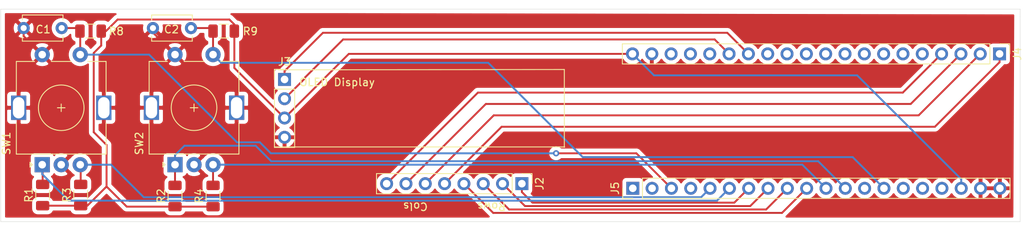
<source format=kicad_pcb>
(kicad_pcb (version 20171130) (host pcbnew "(5.1.5)-3")

  (general
    (thickness 1.6)
    (drawings 13)
    (tracks 112)
    (zones 0)
    (modules 14)
    (nets 38)
  )

  (page A4)
  (layers
    (0 F.Cu signal)
    (31 B.Cu signal)
    (32 B.Adhes user)
    (33 F.Adhes user)
    (34 B.Paste user)
    (35 F.Paste user)
    (36 B.SilkS user)
    (37 F.SilkS user)
    (38 B.Mask user)
    (39 F.Mask user)
    (40 Dwgs.User user)
    (41 Cmts.User user)
    (42 Eco1.User user)
    (43 Eco2.User user)
    (44 Edge.Cuts user)
    (45 Margin user)
    (46 B.CrtYd user)
    (47 F.CrtYd user)
    (48 B.Fab user)
    (49 F.Fab user)
  )

  (setup
    (last_trace_width 0.25)
    (trace_clearance 0.2)
    (zone_clearance 0.508)
    (zone_45_only no)
    (trace_min 0.2)
    (via_size 0.8)
    (via_drill 0.4)
    (via_min_size 0.4)
    (via_min_drill 0.3)
    (uvia_size 0.3)
    (uvia_drill 0.1)
    (uvias_allowed no)
    (uvia_min_size 0.2)
    (uvia_min_drill 0.1)
    (edge_width 0.05)
    (segment_width 0.2)
    (pcb_text_width 0.3)
    (pcb_text_size 1.5 1.5)
    (mod_edge_width 0.12)
    (mod_text_size 1 1)
    (mod_text_width 0.15)
    (pad_size 1.7 1.7)
    (pad_drill 1)
    (pad_to_mask_clearance 0.051)
    (solder_mask_min_width 0.25)
    (aux_axis_origin 0 0)
    (visible_elements 7FFFFFFF)
    (pcbplotparams
      (layerselection 0x010f0_ffffffff)
      (usegerberextensions false)
      (usegerberattributes false)
      (usegerberadvancedattributes false)
      (creategerberjobfile false)
      (excludeedgelayer true)
      (linewidth 0.150000)
      (plotframeref false)
      (viasonmask false)
      (mode 1)
      (useauxorigin false)
      (hpglpennumber 1)
      (hpglpenspeed 20)
      (hpglpendiameter 15.000000)
      (psnegative false)
      (psa4output false)
      (plotreference true)
      (plotvalue true)
      (plotinvisibletext false)
      (padsonsilk false)
      (subtractmaskfromsilk false)
      (outputformat 1)
      (mirror false)
      (drillshape 0)
      (scaleselection 1)
      (outputdirectory "plots/"))
  )

  (net 0 "")
  (net 1 GND)
  (net 2 +5V)
  (net 3 KP_R1)
  (net 4 KP_R2)
  (net 5 KP_R3)
  (net 6 KP_R4)
  (net 7 KP_C1)
  (net 8 KP_C2)
  (net 9 LCD_SCL)
  (net 10 LCD_SDA)
  (net 11 +3V3)
  (net 12 "Net-(J4-Pad17)")
  (net 13 "Net-(J4-Pad16)")
  (net 14 "Net-(J4-Pad13)")
  (net 15 "Net-(J4-Pad12)")
  (net 16 "Net-(J4-Pad11)")
  (net 17 "Net-(J4-Pad10)")
  (net 18 USBD+)
  (net 19 USBD-)
  (net 20 "Net-(J4-Pad7)")
  (net 21 "Net-(J4-Pad6)")
  (net 22 "Net-(J4-Pad5)")
  (net 23 KP_C4)
  (net 24 KP_C3)
  (net 25 "Net-(J5-Pad1)")
  (net 26 "Net-(J5-Pad2)")
  (net 27 ENC1_SW)
  (net 28 "Net-(J5-Pad4)")
  (net 29 ENC1B)
  (net 30 ENC1A)
  (net 31 ENC2B)
  (net 32 ENC2A)
  (net 33 "Net-(J5-Pad13)")
  (net 34 ENC2_SW)
  (net 35 "Net-(J5-Pad15)")
  (net 36 "Net-(J5-Pad16)")
  (net 37 "Net-(J5-Pad17)")

  (net_class Default "This is the default net class."
    (clearance 0.2)
    (trace_width 0.25)
    (via_dia 0.8)
    (via_drill 0.4)
    (uvia_dia 0.3)
    (uvia_drill 0.1)
    (add_net +3V3)
    (add_net +5V)
    (add_net ENC1A)
    (add_net ENC1B)
    (add_net ENC1_SW)
    (add_net ENC2A)
    (add_net ENC2B)
    (add_net ENC2_SW)
    (add_net GND)
    (add_net KP_C1)
    (add_net KP_C2)
    (add_net KP_C3)
    (add_net KP_C4)
    (add_net KP_R1)
    (add_net KP_R2)
    (add_net KP_R3)
    (add_net KP_R4)
    (add_net LCD_SCL)
    (add_net LCD_SDA)
    (add_net "Net-(J4-Pad10)")
    (add_net "Net-(J4-Pad11)")
    (add_net "Net-(J4-Pad12)")
    (add_net "Net-(J4-Pad13)")
    (add_net "Net-(J4-Pad16)")
    (add_net "Net-(J4-Pad17)")
    (add_net "Net-(J4-Pad5)")
    (add_net "Net-(J4-Pad6)")
    (add_net "Net-(J4-Pad7)")
    (add_net "Net-(J5-Pad1)")
    (add_net "Net-(J5-Pad13)")
    (add_net "Net-(J5-Pad15)")
    (add_net "Net-(J5-Pad16)")
    (add_net "Net-(J5-Pad17)")
    (add_net "Net-(J5-Pad2)")
    (add_net "Net-(J5-Pad4)")
    (add_net USBD+)
    (add_net USBD-)
  )

  (module Rotary_Encoder:RotaryEncoder_Alps_EC11E-Switch_Vertical_H20mm (layer F.Cu) (tedit 5FB4A347) (tstamp 5FAF705D)
    (at 25.44 39.5 90)
    (descr "Alps rotary encoder, EC12E... with switch, vertical shaft, http://www.alps.com/prod/info/E/HTML/Encoder/Incremental/EC11/EC11E15204A3.html")
    (tags "rotary encoder")
    (path /5F9F8590)
    (fp_text reference SW1 (at 2.8 -4.7 90) (layer F.SilkS)
      (effects (font (size 1 1) (thickness 0.15)))
    )
    (fp_text value Rotary_Encoder_Switch (at 7.5 10.4 90) (layer F.Fab)
      (effects (font (size 1 1) (thickness 0.15)))
    )
    (fp_text user %R (at 11.1 6.3 90) (layer F.Fab)
      (effects (font (size 1 1) (thickness 0.15)))
    )
    (fp_line (start 7 2.5) (end 8 2.5) (layer F.SilkS) (width 0.12))
    (fp_line (start 7.5 2) (end 7.5 3) (layer F.SilkS) (width 0.12))
    (fp_line (start 13.6 6) (end 13.6 8.4) (layer F.SilkS) (width 0.12))
    (fp_line (start 13.6 1.2) (end 13.6 3.8) (layer F.SilkS) (width 0.12))
    (fp_line (start 13.6 -3.4) (end 13.6 -1) (layer F.SilkS) (width 0.12))
    (fp_line (start 4.5 2.5) (end 10.5 2.5) (layer F.Fab) (width 0.12))
    (fp_line (start 7.5 -0.5) (end 7.5 5.5) (layer F.Fab) (width 0.12))
    (fp_line (start 0.3 -1.6) (end 0 -1.3) (layer F.SilkS) (width 0.12))
    (fp_line (start -0.3 -1.6) (end 0.3 -1.6) (layer F.SilkS) (width 0.12))
    (fp_line (start 0 -1.3) (end -0.3 -1.6) (layer F.SilkS) (width 0.12))
    (fp_line (start 1.4 -3.4) (end 1.4 8.4) (layer F.SilkS) (width 0.12))
    (fp_line (start 5.5 -3.4) (end 1.4 -3.4) (layer F.SilkS) (width 0.12))
    (fp_line (start 5.5 8.4) (end 1.4 8.4) (layer F.SilkS) (width 0.12))
    (fp_line (start 13.6 8.4) (end 9.5 8.4) (layer F.SilkS) (width 0.12))
    (fp_line (start 9.5 -3.4) (end 13.6 -3.4) (layer F.SilkS) (width 0.12))
    (fp_line (start 1.5 -2.2) (end 2.5 -3.3) (layer F.Fab) (width 0.12))
    (fp_line (start 1.5 8.3) (end 1.5 -2.2) (layer F.Fab) (width 0.12))
    (fp_line (start 13.5 8.3) (end 1.5 8.3) (layer F.Fab) (width 0.12))
    (fp_line (start 13.5 -3.3) (end 13.5 8.3) (layer F.Fab) (width 0.12))
    (fp_line (start 2.5 -3.3) (end 13.5 -3.3) (layer F.Fab) (width 0.12))
    (fp_line (start -1.5 -4.6) (end 16 -4.6) (layer F.CrtYd) (width 0.05))
    (fp_line (start -1.5 -4.6) (end -1.5 9.6) (layer F.CrtYd) (width 0.05))
    (fp_line (start 16 9.6) (end 16 -4.6) (layer F.CrtYd) (width 0.05))
    (fp_line (start 16 9.6) (end -1.5 9.6) (layer F.CrtYd) (width 0.05))
    (fp_circle (center 7.5 2.5) (end 10.5 2.5) (layer F.SilkS) (width 0.12))
    (fp_circle (center 7.5 2.5) (end 10.5 2.5) (layer F.Fab) (width 0.12))
    (pad S1 thru_hole circle (at 14.5 5 90) (size 2 2) (drill 1) (layers *.Cu *.Mask)
      (net 27 ENC1_SW))
    (pad S2 thru_hole circle (at 14.5 0 90) (size 2 2) (drill 1) (layers *.Cu *.Mask)
      (net 1 GND))
    (pad MP thru_hole rect (at 7.5 8.1 90) (size 3.2 2) (drill oval 2.8 1.5) (layers *.Cu *.Mask)
      (net 1 GND))
    (pad MP thru_hole rect (at 7.5 -3.1 90) (size 3.2 2) (drill oval 2.8 1.5) (layers *.Cu *.Mask)
      (net 1 GND))
    (pad B thru_hole circle (at 0 5 90) (size 2 2) (drill 1) (layers *.Cu *.Mask)
      (net 29 ENC1B))
    (pad C thru_hole circle (at 0 2.5 90) (size 2 2) (drill 1) (layers *.Cu *.Mask)
      (net 1 GND))
    (pad A thru_hole rect (at 0 0 90) (size 2 2) (drill 1) (layers *.Cu *.Mask)
      (net 30 ENC1A))
    (model ${KISYS3DMOD}/Rotary_Encoder.3dshapes/RotaryEncoder_Alps_EC11E-Switch_Vertical_H20mm.wrl
      (at (xyz 0 0 0))
      (scale (xyz 1 1 1))
      (rotate (xyz 0 0 0))
    )
  )

  (module Connector_PinHeader_2.54mm:PinHeader_1x20_P2.54mm_Vertical (layer F.Cu) (tedit 5FB4A32A) (tstamp 5FAF4B59)
    (at 151.3 24.9 270)
    (descr "Through hole straight pin header, 1x20, 2.54mm pitch, single row")
    (tags "Through hole pin header THT 1x20 2.54mm single row")
    (path /5FAF82EE)
    (fp_text reference J4 (at 0 -2.33 90) (layer F.SilkS)
      (effects (font (size 1 1) (thickness 0.15)))
    )
    (fp_text value BluePillHeaderA (at 0 50.59 90) (layer F.Fab)
      (effects (font (size 1 1) (thickness 0.15)))
    )
    (fp_text user %R (at 0 24.13) (layer F.Fab)
      (effects (font (size 1 1) (thickness 0.15)))
    )
    (fp_line (start 1.8 -1.8) (end -1.8 -1.8) (layer F.CrtYd) (width 0.05))
    (fp_line (start 1.8 50.05) (end 1.8 -1.8) (layer F.CrtYd) (width 0.05))
    (fp_line (start -1.8 50.05) (end 1.8 50.05) (layer F.CrtYd) (width 0.05))
    (fp_line (start -1.8 -1.8) (end -1.8 50.05) (layer F.CrtYd) (width 0.05))
    (fp_line (start -1.33 -1.33) (end 0 -1.33) (layer F.SilkS) (width 0.12))
    (fp_line (start -1.33 0) (end -1.33 -1.33) (layer F.SilkS) (width 0.12))
    (fp_line (start -1.33 1.27) (end 1.33 1.27) (layer F.SilkS) (width 0.12))
    (fp_line (start 1.33 1.27) (end 1.33 49.59) (layer F.SilkS) (width 0.12))
    (fp_line (start -1.33 1.27) (end -1.33 49.59) (layer F.SilkS) (width 0.12))
    (fp_line (start -1.33 49.59) (end 1.33 49.59) (layer F.SilkS) (width 0.12))
    (fp_line (start -1.27 -0.635) (end -0.635 -1.27) (layer F.Fab) (width 0.1))
    (fp_line (start -1.27 49.53) (end -1.27 -0.635) (layer F.Fab) (width 0.1))
    (fp_line (start 1.27 49.53) (end -1.27 49.53) (layer F.Fab) (width 0.1))
    (fp_line (start 1.27 -1.27) (end 1.27 49.53) (layer F.Fab) (width 0.1))
    (fp_line (start -0.635 -1.27) (end 1.27 -1.27) (layer F.Fab) (width 0.1))
    (pad 20 thru_hole oval (at 0 48.26 270) (size 1.7 1.7) (drill 1) (layers *.Cu *.Mask)
      (net 11 +3V3))
    (pad 19 thru_hole oval (at 0 45.72 270) (size 1.7 1.7) (drill 1) (layers *.Cu *.Mask)
      (net 1 GND))
    (pad 18 thru_hole oval (at 0 43.18 270) (size 1.7 1.7) (drill 1) (layers *.Cu *.Mask)
      (net 2 +5V))
    (pad 17 thru_hole oval (at 0 40.64 270) (size 1.7 1.7) (drill 1) (layers *.Cu *.Mask)
      (net 12 "Net-(J4-Pad17)"))
    (pad 16 thru_hole oval (at 0 38.1 270) (size 1.7 1.7) (drill 1) (layers *.Cu *.Mask)
      (net 13 "Net-(J4-Pad16)"))
    (pad 15 thru_hole oval (at 0 35.56 270) (size 1.7 1.7) (drill 1) (layers *.Cu *.Mask)
      (net 10 LCD_SDA))
    (pad 14 thru_hole oval (at 0 33.02 270) (size 1.7 1.7) (drill 1) (layers *.Cu *.Mask)
      (net 9 LCD_SCL))
    (pad 13 thru_hole oval (at 0 30.48 270) (size 1.7 1.7) (drill 1) (layers *.Cu *.Mask)
      (net 14 "Net-(J4-Pad13)"))
    (pad 12 thru_hole oval (at 0 27.94 270) (size 1.7 1.7) (drill 1) (layers *.Cu *.Mask)
      (net 15 "Net-(J4-Pad12)"))
    (pad 11 thru_hole oval (at 0 25.4 270) (size 1.7 1.7) (drill 1) (layers *.Cu *.Mask)
      (net 16 "Net-(J4-Pad11)"))
    (pad 10 thru_hole oval (at 0 22.86 270) (size 1.7 1.7) (drill 1) (layers *.Cu *.Mask)
      (net 17 "Net-(J4-Pad10)"))
    (pad 9 thru_hole oval (at 0 20.32 270) (size 1.7 1.7) (drill 1) (layers *.Cu *.Mask)
      (net 18 USBD+))
    (pad 8 thru_hole oval (at 0 17.78 270) (size 1.7 1.7) (drill 1) (layers *.Cu *.Mask)
      (net 19 USBD-))
    (pad 7 thru_hole oval (at 0 15.24 270) (size 1.7 1.7) (drill 1) (layers *.Cu *.Mask)
      (net 20 "Net-(J4-Pad7)"))
    (pad 6 thru_hole oval (at 0 12.7 270) (size 1.7 1.7) (drill 1) (layers *.Cu *.Mask)
      (net 21 "Net-(J4-Pad6)"))
    (pad 5 thru_hole oval (at 0 10.16 270) (size 1.7 1.7) (drill 1) (layers *.Cu *.Mask)
      (net 22 "Net-(J4-Pad5)"))
    (pad 4 thru_hole oval (at 0 7.62 270) (size 1.7 1.7) (drill 1) (layers *.Cu *.Mask)
      (net 23 KP_C4))
    (pad 3 thru_hole oval (at 0 5.08 270) (size 1.7 1.7) (drill 1) (layers *.Cu *.Mask)
      (net 24 KP_C3))
    (pad 2 thru_hole oval (at 0 2.54 270) (size 1.7 1.7) (drill 1) (layers *.Cu *.Mask)
      (net 8 KP_C2))
    (pad 1 thru_hole rect (at 0 0 270) (size 1.7 1.7) (drill 1) (layers *.Cu *.Mask)
      (net 7 KP_C1))
    (model ${KISYS3DMOD}/Connector_PinHeader_2.54mm.3dshapes/PinHeader_1x20_P2.54mm_Vertical.wrl
      (at (xyz 0 0 0))
      (scale (xyz 1 1 1))
      (rotate (xyz 0 0 0))
    )
  )

  (module Capacitor_THT:C_Disc_D5.1mm_W3.2mm_P5.00mm (layer F.Cu) (tedit 5AE50EF0) (tstamp 5FAF8730)
    (at 45 21.5 180)
    (descr "C, Disc series, Radial, pin pitch=5.00mm, , diameter*width=5.1*3.2mm^2, Capacitor, http://www.vishay.com/docs/45233/krseries.pdf")
    (tags "C Disc series Radial pin pitch 5.00mm  diameter 5.1mm width 3.2mm Capacitor")
    (path /5FB5ADA0)
    (fp_text reference C2 (at 2.56 -0.18) (layer F.SilkS)
      (effects (font (size 1 1) (thickness 0.15)))
    )
    (fp_text value C (at 2.5 2.85) (layer F.Fab)
      (effects (font (size 1 1) (thickness 0.15)))
    )
    (fp_text user %R (at 2.5 0) (layer F.Fab)
      (effects (font (size 1 1) (thickness 0.15)))
    )
    (fp_line (start 6.05 -1.85) (end -1.05 -1.85) (layer F.CrtYd) (width 0.05))
    (fp_line (start 6.05 1.85) (end 6.05 -1.85) (layer F.CrtYd) (width 0.05))
    (fp_line (start -1.05 1.85) (end 6.05 1.85) (layer F.CrtYd) (width 0.05))
    (fp_line (start -1.05 -1.85) (end -1.05 1.85) (layer F.CrtYd) (width 0.05))
    (fp_line (start 5.17 1.055) (end 5.17 1.721) (layer F.SilkS) (width 0.12))
    (fp_line (start 5.17 -1.721) (end 5.17 -1.055) (layer F.SilkS) (width 0.12))
    (fp_line (start -0.17 1.055) (end -0.17 1.721) (layer F.SilkS) (width 0.12))
    (fp_line (start -0.17 -1.721) (end -0.17 -1.055) (layer F.SilkS) (width 0.12))
    (fp_line (start -0.17 1.721) (end 5.17 1.721) (layer F.SilkS) (width 0.12))
    (fp_line (start -0.17 -1.721) (end 5.17 -1.721) (layer F.SilkS) (width 0.12))
    (fp_line (start 5.05 -1.6) (end -0.05 -1.6) (layer F.Fab) (width 0.1))
    (fp_line (start 5.05 1.6) (end 5.05 -1.6) (layer F.Fab) (width 0.1))
    (fp_line (start -0.05 1.6) (end 5.05 1.6) (layer F.Fab) (width 0.1))
    (fp_line (start -0.05 -1.6) (end -0.05 1.6) (layer F.Fab) (width 0.1))
    (pad 2 thru_hole circle (at 5 0 180) (size 1.6 1.6) (drill 0.8) (layers *.Cu *.Mask)
      (net 1 GND))
    (pad 1 thru_hole circle (at 0 0 180) (size 1.6 1.6) (drill 0.8) (layers *.Cu *.Mask)
      (net 34 ENC2_SW))
    (model ${KISYS3DMOD}/Capacitor_THT.3dshapes/C_Disc_D5.1mm_W3.2mm_P5.00mm.wrl
      (at (xyz 0 0 0))
      (scale (xyz 1 1 1))
      (rotate (xyz 0 0 0))
    )
  )

  (module Capacitor_THT:C_Disc_D5.1mm_W3.2mm_P5.00mm (layer F.Cu) (tedit 5AE50EF0) (tstamp 5FAF8B84)
    (at 28 21.5 180)
    (descr "C, Disc series, Radial, pin pitch=5.00mm, , diameter*width=5.1*3.2mm^2, Capacitor, http://www.vishay.com/docs/45233/krseries.pdf")
    (tags "C Disc series Radial pin pitch 5.00mm  diameter 5.1mm width 3.2mm Capacitor")
    (path /5FA27790)
    (fp_text reference C1 (at 2.43 -0.18) (layer F.SilkS)
      (effects (font (size 1 1) (thickness 0.15)))
    )
    (fp_text value C (at 2.5 2.85) (layer F.Fab)
      (effects (font (size 1 1) (thickness 0.15)))
    )
    (fp_text user %R (at 2.5 0) (layer F.Fab)
      (effects (font (size 1 1) (thickness 0.15)))
    )
    (fp_line (start 6.05 -1.85) (end -1.05 -1.85) (layer F.CrtYd) (width 0.05))
    (fp_line (start 6.05 1.85) (end 6.05 -1.85) (layer F.CrtYd) (width 0.05))
    (fp_line (start -1.05 1.85) (end 6.05 1.85) (layer F.CrtYd) (width 0.05))
    (fp_line (start -1.05 -1.85) (end -1.05 1.85) (layer F.CrtYd) (width 0.05))
    (fp_line (start 5.17 1.055) (end 5.17 1.721) (layer F.SilkS) (width 0.12))
    (fp_line (start 5.17 -1.721) (end 5.17 -1.055) (layer F.SilkS) (width 0.12))
    (fp_line (start -0.17 1.055) (end -0.17 1.721) (layer F.SilkS) (width 0.12))
    (fp_line (start -0.17 -1.721) (end -0.17 -1.055) (layer F.SilkS) (width 0.12))
    (fp_line (start -0.17 1.721) (end 5.17 1.721) (layer F.SilkS) (width 0.12))
    (fp_line (start -0.17 -1.721) (end 5.17 -1.721) (layer F.SilkS) (width 0.12))
    (fp_line (start 5.05 -1.6) (end -0.05 -1.6) (layer F.Fab) (width 0.1))
    (fp_line (start 5.05 1.6) (end 5.05 -1.6) (layer F.Fab) (width 0.1))
    (fp_line (start -0.05 1.6) (end 5.05 1.6) (layer F.Fab) (width 0.1))
    (fp_line (start -0.05 -1.6) (end -0.05 1.6) (layer F.Fab) (width 0.1))
    (pad 2 thru_hole circle (at 5 0 180) (size 1.6 1.6) (drill 0.8) (layers *.Cu *.Mask)
      (net 1 GND))
    (pad 1 thru_hole circle (at 0 0 180) (size 1.6 1.6) (drill 0.8) (layers *.Cu *.Mask)
      (net 27 ENC1_SW))
    (model ${KISYS3DMOD}/Capacitor_THT.3dshapes/C_Disc_D5.1mm_W3.2mm_P5.00mm.wrl
      (at (xyz 0 0 0))
      (scale (xyz 1 1 1))
      (rotate (xyz 0 0 0))
    )
  )

  (module Connector_PinHeader_2.54mm:PinHeader_1x08_P2.54mm_Vertical (layer F.Cu) (tedit 59FED5CC) (tstamp 5FAF4B19)
    (at 88.5 42 270)
    (descr "Through hole straight pin header, 1x08, 2.54mm pitch, single row")
    (tags "Through hole pin header THT 1x08 2.54mm single row")
    (path /5FA1EE3A)
    (fp_text reference J2 (at 0 -2.33 90) (layer F.SilkS)
      (effects (font (size 1 1) (thickness 0.15)))
    )
    (fp_text value KeypadConnector (at 0 20.11 90) (layer F.Fab)
      (effects (font (size 1 1) (thickness 0.15)))
    )
    (fp_text user %R (at 0 8.89) (layer F.Fab)
      (effects (font (size 1 1) (thickness 0.15)))
    )
    (fp_line (start 1.8 -1.8) (end -1.8 -1.8) (layer F.CrtYd) (width 0.05))
    (fp_line (start 1.8 19.55) (end 1.8 -1.8) (layer F.CrtYd) (width 0.05))
    (fp_line (start -1.8 19.55) (end 1.8 19.55) (layer F.CrtYd) (width 0.05))
    (fp_line (start -1.8 -1.8) (end -1.8 19.55) (layer F.CrtYd) (width 0.05))
    (fp_line (start -1.33 -1.33) (end 0 -1.33) (layer F.SilkS) (width 0.12))
    (fp_line (start -1.33 0) (end -1.33 -1.33) (layer F.SilkS) (width 0.12))
    (fp_line (start -1.33 1.27) (end 1.33 1.27) (layer F.SilkS) (width 0.12))
    (fp_line (start 1.33 1.27) (end 1.33 19.11) (layer F.SilkS) (width 0.12))
    (fp_line (start -1.33 1.27) (end -1.33 19.11) (layer F.SilkS) (width 0.12))
    (fp_line (start -1.33 19.11) (end 1.33 19.11) (layer F.SilkS) (width 0.12))
    (fp_line (start -1.27 -0.635) (end -0.635 -1.27) (layer F.Fab) (width 0.1))
    (fp_line (start -1.27 19.05) (end -1.27 -0.635) (layer F.Fab) (width 0.1))
    (fp_line (start 1.27 19.05) (end -1.27 19.05) (layer F.Fab) (width 0.1))
    (fp_line (start 1.27 -1.27) (end 1.27 19.05) (layer F.Fab) (width 0.1))
    (fp_line (start -0.635 -1.27) (end 1.27 -1.27) (layer F.Fab) (width 0.1))
    (pad 8 thru_hole oval (at 0 17.78 270) (size 1.7 1.7) (drill 1) (layers *.Cu *.Mask)
      (net 23 KP_C4))
    (pad 7 thru_hole oval (at 0 15.24 270) (size 1.7 1.7) (drill 1) (layers *.Cu *.Mask)
      (net 24 KP_C3))
    (pad 6 thru_hole oval (at 0 12.7 270) (size 1.7 1.7) (drill 1) (layers *.Cu *.Mask)
      (net 8 KP_C2))
    (pad 5 thru_hole oval (at 0 10.16 270) (size 1.7 1.7) (drill 1) (layers *.Cu *.Mask)
      (net 7 KP_C1))
    (pad 4 thru_hole oval (at 0 7.62 270) (size 1.7 1.7) (drill 1) (layers *.Cu *.Mask)
      (net 6 KP_R4))
    (pad 3 thru_hole oval (at 0 5.08 270) (size 1.7 1.7) (drill 1) (layers *.Cu *.Mask)
      (net 5 KP_R3))
    (pad 2 thru_hole oval (at 0 2.54 270) (size 1.7 1.7) (drill 1) (layers *.Cu *.Mask)
      (net 4 KP_R2))
    (pad 1 thru_hole rect (at 0 0 270) (size 1.7 1.7) (drill 1) (layers *.Cu *.Mask)
      (net 3 KP_R1))
    (model ${KISYS3DMOD}/Connector_PinHeader_2.54mm.3dshapes/PinHeader_1x08_P2.54mm_Vertical.wrl
      (at (xyz 0 0 0))
      (scale (xyz 1 1 1))
      (rotate (xyz 0 0 0))
    )
  )

  (module Connector_PinHeader_2.54mm:PinHeader_1x04_P2.54mm_Vertical (layer F.Cu) (tedit 5FB4A516) (tstamp 5FAF50B2)
    (at 57.3 28.27)
    (descr "Through hole straight pin header, 1x04, 2.54mm pitch, single row")
    (tags "Through hole pin header THT 1x04 2.54mm single row")
    (path /5FC6F5A9)
    (fp_text reference J3 (at 0 -2.33) (layer F.SilkS)
      (effects (font (size 1 1) (thickness 0.15)))
    )
    (fp_text value OledConnector (at 7.62 0) (layer F.Fab)
      (effects (font (size 1 1) (thickness 0.15)))
    )
    (fp_line (start -0.635 -1.27) (end 1.27 -1.27) (layer F.Fab) (width 0.1))
    (fp_line (start 1.27 -1.27) (end 1.27 8.89) (layer F.Fab) (width 0.1))
    (fp_line (start 1.27 8.89) (end -1.27 8.89) (layer F.Fab) (width 0.1))
    (fp_line (start -1.27 8.89) (end -1.27 -0.635) (layer F.Fab) (width 0.1))
    (fp_line (start -1.27 -0.635) (end -0.635 -1.27) (layer F.Fab) (width 0.1))
    (fp_line (start -1.33 8.95) (end 1.33 8.95) (layer F.SilkS) (width 0.12))
    (fp_line (start -1.33 1.27) (end -1.33 8.95) (layer F.SilkS) (width 0.12))
    (fp_line (start 1.33 1.27) (end 1.33 8.95) (layer F.SilkS) (width 0.12))
    (fp_line (start -1.33 1.27) (end 1.33 1.27) (layer F.SilkS) (width 0.12))
    (fp_line (start -1.33 0) (end -1.33 -1.33) (layer F.SilkS) (width 0.12))
    (fp_line (start -1.33 -1.33) (end 0 -1.33) (layer F.SilkS) (width 0.12))
    (fp_line (start -1.8 -1.8) (end -1.8 9.4) (layer F.CrtYd) (width 0.05))
    (fp_line (start -1.8 9.4) (end 1.8 9.4) (layer F.CrtYd) (width 0.05))
    (fp_line (start 1.8 9.4) (end 1.8 -1.8) (layer F.CrtYd) (width 0.05))
    (fp_line (start 1.8 -1.8) (end -1.8 -1.8) (layer F.CrtYd) (width 0.05))
    (fp_text user %R (at 0 3.81 90) (layer F.Fab)
      (effects (font (size 1 1) (thickness 0.15)))
    )
    (pad 1 thru_hole rect (at 0 0) (size 1.7 1.7) (drill 1) (layers *.Cu *.Mask)
      (net 9 LCD_SCL))
    (pad 2 thru_hole oval (at 0 2.54) (size 1.7 1.7) (drill 1) (layers *.Cu *.Mask)
      (net 10 LCD_SDA))
    (pad 3 thru_hole oval (at 0 5.08) (size 1.7 1.7) (drill 1) (layers *.Cu *.Mask)
      (net 11 +3V3))
    (pad 4 thru_hole oval (at 0 7.62) (size 1.7 1.7) (drill 1) (layers *.Cu *.Mask)
      (net 1 GND))
    (model ${KISYS3DMOD}/Connector_PinHeader_2.54mm.3dshapes/PinHeader_1x04_P2.54mm_Vertical.wrl
      (at (xyz 0 0 0))
      (scale (xyz 1 1 1))
      (rotate (xyz 0 0 0))
    )
  )

  (module Connector_PinHeader_2.54mm:PinHeader_1x20_P2.54mm_Vertical (layer F.Cu) (tedit 5FB4A2BA) (tstamp 5FAF4B81)
    (at 103.08 42.61 90)
    (descr "Through hole straight pin header, 1x20, 2.54mm pitch, single row")
    (tags "Through hole pin header THT 1x20 2.54mm single row")
    (path /5FB0BDEC)
    (fp_text reference J5 (at 0 -2.33 90) (layer F.SilkS)
      (effects (font (size 1 1) (thickness 0.15)))
    )
    (fp_text value BluepillHeaderB (at 0 50.59 90) (layer F.Fab)
      (effects (font (size 1 1) (thickness 0.15)))
    )
    (fp_line (start -0.635 -1.27) (end 1.27 -1.27) (layer F.Fab) (width 0.1))
    (fp_line (start 1.27 -1.27) (end 1.27 49.53) (layer F.Fab) (width 0.1))
    (fp_line (start 1.27 49.53) (end -1.27 49.53) (layer F.Fab) (width 0.1))
    (fp_line (start -1.27 49.53) (end -1.27 -0.635) (layer F.Fab) (width 0.1))
    (fp_line (start -1.27 -0.635) (end -0.635 -1.27) (layer F.Fab) (width 0.1))
    (fp_line (start -1.33 49.59) (end 1.33 49.59) (layer F.SilkS) (width 0.12))
    (fp_line (start -1.33 1.27) (end -1.33 49.59) (layer F.SilkS) (width 0.12))
    (fp_line (start 1.33 1.27) (end 1.33 49.59) (layer F.SilkS) (width 0.12))
    (fp_line (start -1.33 1.27) (end 1.33 1.27) (layer F.SilkS) (width 0.12))
    (fp_line (start -1.33 0) (end -1.33 -1.33) (layer F.SilkS) (width 0.12))
    (fp_line (start -1.33 -1.33) (end 0 -1.33) (layer F.SilkS) (width 0.12))
    (fp_line (start -1.8 -1.8) (end -1.8 50.05) (layer F.CrtYd) (width 0.05))
    (fp_line (start -1.8 50.05) (end 1.8 50.05) (layer F.CrtYd) (width 0.05))
    (fp_line (start 1.8 50.05) (end 1.8 -1.8) (layer F.CrtYd) (width 0.05))
    (fp_line (start 1.8 -1.8) (end -1.8 -1.8) (layer F.CrtYd) (width 0.05))
    (fp_text user %R (at 0 24.13) (layer F.Fab)
      (effects (font (size 1 1) (thickness 0.15)))
    )
    (pad 1 thru_hole rect (at 0 0 90) (size 1.7 1.7) (drill 1) (layers *.Cu *.Mask)
      (net 25 "Net-(J5-Pad1)"))
    (pad 2 thru_hole oval (at 0 2.54 90) (size 1.7 1.7) (drill 1) (layers *.Cu *.Mask)
      (net 26 "Net-(J5-Pad2)"))
    (pad 3 thru_hole oval (at 0 5.08 90) (size 1.7 1.7) (drill 1) (layers *.Cu *.Mask)
      (net 27 ENC1_SW))
    (pad 4 thru_hole oval (at 0 7.62 90) (size 1.7 1.7) (drill 1) (layers *.Cu *.Mask)
      (net 28 "Net-(J5-Pad4)"))
    (pad 5 thru_hole oval (at 0 10.16 90) (size 1.7 1.7) (drill 1) (layers *.Cu *.Mask)
      (net 29 ENC1B))
    (pad 6 thru_hole oval (at 0 12.7 90) (size 1.7 1.7) (drill 1) (layers *.Cu *.Mask)
      (net 30 ENC1A))
    (pad 7 thru_hole oval (at 0 15.24 90) (size 1.7 1.7) (drill 1) (layers *.Cu *.Mask)
      (net 3 KP_R1))
    (pad 8 thru_hole oval (at 0 17.78 90) (size 1.7 1.7) (drill 1) (layers *.Cu *.Mask)
      (net 4 KP_R2))
    (pad 9 thru_hole oval (at 0 20.32 90) (size 1.7 1.7) (drill 1) (layers *.Cu *.Mask)
      (net 5 KP_R3))
    (pad 10 thru_hole oval (at 0 22.86 90) (size 1.7 1.7) (drill 1) (layers *.Cu *.Mask)
      (net 6 KP_R4))
    (pad 11 thru_hole oval (at 0 25.4 90) (size 1.7 1.7) (drill 1) (layers *.Cu *.Mask)
      (net 31 ENC2B))
    (pad 12 thru_hole oval (at 0 27.94 90) (size 1.7 1.7) (drill 1) (layers *.Cu *.Mask)
      (net 32 ENC2A))
    (pad 13 thru_hole oval (at 0 30.48 90) (size 1.7 1.7) (drill 1) (layers *.Cu *.Mask)
      (net 33 "Net-(J5-Pad13)"))
    (pad 14 thru_hole oval (at 0 33.02 90) (size 1.7 1.7) (drill 1) (layers *.Cu *.Mask)
      (net 34 ENC2_SW))
    (pad 15 thru_hole oval (at 0 35.56 90) (size 1.7 1.7) (drill 1) (layers *.Cu *.Mask)
      (net 35 "Net-(J5-Pad15)"))
    (pad 16 thru_hole oval (at 0 38.1 90) (size 1.7 1.7) (drill 1) (layers *.Cu *.Mask)
      (net 36 "Net-(J5-Pad16)"))
    (pad 17 thru_hole oval (at 0 40.64 90) (size 1.7 1.7) (drill 1) (layers *.Cu *.Mask)
      (net 37 "Net-(J5-Pad17)"))
    (pad 18 thru_hole oval (at 0 43.18 90) (size 1.7 1.7) (drill 1) (layers *.Cu *.Mask)
      (net 11 +3V3))
    (pad 19 thru_hole oval (at 0 45.72 90) (size 1.7 1.7) (drill 1) (layers *.Cu *.Mask)
      (net 1 GND))
    (pad 20 thru_hole oval (at 0 48.26 90) (size 1.7 1.7) (drill 1) (layers *.Cu *.Mask)
      (net 1 GND))
    (model ${KISYS3DMOD}/Connector_PinHeader_2.54mm.3dshapes/PinHeader_1x20_P2.54mm_Vertical.wrl
      (at (xyz 0 0 0))
      (scale (xyz 1 1 1))
      (rotate (xyz 0 0 0))
    )
  )

  (module Resistor_SMD:R_1206_3216Metric (layer F.Cu) (tedit 5B301BBD) (tstamp 5FAF660C)
    (at 25.5 43.5 90)
    (descr "Resistor SMD 1206 (3216 Metric), square (rectangular) end terminal, IPC_7351 nominal, (Body size source: http://www.tortai-tech.com/upload/download/2011102023233369053.pdf), generated with kicad-footprint-generator")
    (tags resistor)
    (path /5FA24751)
    (attr smd)
    (fp_text reference R1 (at 0 -1.82 90) (layer F.SilkS)
      (effects (font (size 1 1) (thickness 0.15)))
    )
    (fp_text value R (at 0 1.82 90) (layer F.Fab)
      (effects (font (size 1 1) (thickness 0.15)))
    )
    (fp_line (start -1.6 0.8) (end -1.6 -0.8) (layer F.Fab) (width 0.1))
    (fp_line (start -1.6 -0.8) (end 1.6 -0.8) (layer F.Fab) (width 0.1))
    (fp_line (start 1.6 -0.8) (end 1.6 0.8) (layer F.Fab) (width 0.1))
    (fp_line (start 1.6 0.8) (end -1.6 0.8) (layer F.Fab) (width 0.1))
    (fp_line (start -0.602064 -0.91) (end 0.602064 -0.91) (layer F.SilkS) (width 0.12))
    (fp_line (start -0.602064 0.91) (end 0.602064 0.91) (layer F.SilkS) (width 0.12))
    (fp_line (start -2.28 1.12) (end -2.28 -1.12) (layer F.CrtYd) (width 0.05))
    (fp_line (start -2.28 -1.12) (end 2.28 -1.12) (layer F.CrtYd) (width 0.05))
    (fp_line (start 2.28 -1.12) (end 2.28 1.12) (layer F.CrtYd) (width 0.05))
    (fp_line (start 2.28 1.12) (end -2.28 1.12) (layer F.CrtYd) (width 0.05))
    (fp_text user %R (at 0 0 90) (layer F.Fab)
      (effects (font (size 0.8 0.8) (thickness 0.12)))
    )
    (pad 1 smd roundrect (at -1.4 0 90) (size 1.25 1.75) (layers F.Cu F.Paste F.Mask) (roundrect_rratio 0.2)
      (net 11 +3V3))
    (pad 2 smd roundrect (at 1.4 0 90) (size 1.25 1.75) (layers F.Cu F.Paste F.Mask) (roundrect_rratio 0.2)
      (net 30 ENC1A))
    (model ${KISYS3DMOD}/Resistor_SMD.3dshapes/R_1206_3216Metric.wrl
      (at (xyz 0 0 0))
      (scale (xyz 1 1 1))
      (rotate (xyz 0 0 0))
    )
  )

  (module Resistor_SMD:R_1206_3216Metric (layer F.Cu) (tedit 5B301BBD) (tstamp 5FAF6E15)
    (at 42.9 43.625 90)
    (descr "Resistor SMD 1206 (3216 Metric), square (rectangular) end terminal, IPC_7351 nominal, (Body size source: http://www.tortai-tech.com/upload/download/2011102023233369053.pdf), generated with kicad-footprint-generator")
    (tags resistor)
    (path /5FB5AD94)
    (attr smd)
    (fp_text reference R2 (at 0 -1.82 90) (layer F.SilkS)
      (effects (font (size 1 1) (thickness 0.15)))
    )
    (fp_text value R (at 0 1.82 90) (layer F.Fab)
      (effects (font (size 1 1) (thickness 0.15)))
    )
    (fp_text user %R (at 0 0 90) (layer F.Fab)
      (effects (font (size 0.8 0.8) (thickness 0.12)))
    )
    (fp_line (start 2.28 1.12) (end -2.28 1.12) (layer F.CrtYd) (width 0.05))
    (fp_line (start 2.28 -1.12) (end 2.28 1.12) (layer F.CrtYd) (width 0.05))
    (fp_line (start -2.28 -1.12) (end 2.28 -1.12) (layer F.CrtYd) (width 0.05))
    (fp_line (start -2.28 1.12) (end -2.28 -1.12) (layer F.CrtYd) (width 0.05))
    (fp_line (start -0.602064 0.91) (end 0.602064 0.91) (layer F.SilkS) (width 0.12))
    (fp_line (start -0.602064 -0.91) (end 0.602064 -0.91) (layer F.SilkS) (width 0.12))
    (fp_line (start 1.6 0.8) (end -1.6 0.8) (layer F.Fab) (width 0.1))
    (fp_line (start 1.6 -0.8) (end 1.6 0.8) (layer F.Fab) (width 0.1))
    (fp_line (start -1.6 -0.8) (end 1.6 -0.8) (layer F.Fab) (width 0.1))
    (fp_line (start -1.6 0.8) (end -1.6 -0.8) (layer F.Fab) (width 0.1))
    (pad 2 smd roundrect (at 1.4 0 90) (size 1.25 1.75) (layers F.Cu F.Paste F.Mask) (roundrect_rratio 0.2)
      (net 32 ENC2A))
    (pad 1 smd roundrect (at -1.4 0 90) (size 1.25 1.75) (layers F.Cu F.Paste F.Mask) (roundrect_rratio 0.2)
      (net 11 +3V3))
    (model ${KISYS3DMOD}/Resistor_SMD.3dshapes/R_1206_3216Metric.wrl
      (at (xyz 0 0 0))
      (scale (xyz 1 1 1))
      (rotate (xyz 0 0 0))
    )
  )

  (module Resistor_SMD:R_1206_3216Metric (layer F.Cu) (tedit 5B301BBD) (tstamp 5FAF4BB4)
    (at 30.5 43.5 90)
    (descr "Resistor SMD 1206 (3216 Metric), square (rectangular) end terminal, IPC_7351 nominal, (Body size source: http://www.tortai-tech.com/upload/download/2011102023233369053.pdf), generated with kicad-footprint-generator")
    (tags resistor)
    (path /5FA234C8)
    (attr smd)
    (fp_text reference R3 (at 0 -1.82 90) (layer F.SilkS)
      (effects (font (size 1 1) (thickness 0.15)))
    )
    (fp_text value R (at 0 1.82 90) (layer F.Fab)
      (effects (font (size 1 1) (thickness 0.15)))
    )
    (fp_text user %R (at 0 0 90) (layer F.Fab)
      (effects (font (size 0.8 0.8) (thickness 0.12)))
    )
    (fp_line (start 2.28 1.12) (end -2.28 1.12) (layer F.CrtYd) (width 0.05))
    (fp_line (start 2.28 -1.12) (end 2.28 1.12) (layer F.CrtYd) (width 0.05))
    (fp_line (start -2.28 -1.12) (end 2.28 -1.12) (layer F.CrtYd) (width 0.05))
    (fp_line (start -2.28 1.12) (end -2.28 -1.12) (layer F.CrtYd) (width 0.05))
    (fp_line (start -0.602064 0.91) (end 0.602064 0.91) (layer F.SilkS) (width 0.12))
    (fp_line (start -0.602064 -0.91) (end 0.602064 -0.91) (layer F.SilkS) (width 0.12))
    (fp_line (start 1.6 0.8) (end -1.6 0.8) (layer F.Fab) (width 0.1))
    (fp_line (start 1.6 -0.8) (end 1.6 0.8) (layer F.Fab) (width 0.1))
    (fp_line (start -1.6 -0.8) (end 1.6 -0.8) (layer F.Fab) (width 0.1))
    (fp_line (start -1.6 0.8) (end -1.6 -0.8) (layer F.Fab) (width 0.1))
    (pad 2 smd roundrect (at 1.4 0 90) (size 1.25 1.75) (layers F.Cu F.Paste F.Mask) (roundrect_rratio 0.2)
      (net 29 ENC1B))
    (pad 1 smd roundrect (at -1.4 0 90) (size 1.25 1.75) (layers F.Cu F.Paste F.Mask) (roundrect_rratio 0.2)
      (net 11 +3V3))
    (model ${KISYS3DMOD}/Resistor_SMD.3dshapes/R_1206_3216Metric.wrl
      (at (xyz 0 0 0))
      (scale (xyz 1 1 1))
      (rotate (xyz 0 0 0))
    )
  )

  (module Resistor_SMD:R_1206_3216Metric (layer F.Cu) (tedit 5B301BBD) (tstamp 5FAF6DB4)
    (at 47.9 43.625 90)
    (descr "Resistor SMD 1206 (3216 Metric), square (rectangular) end terminal, IPC_7351 nominal, (Body size source: http://www.tortai-tech.com/upload/download/2011102023233369053.pdf), generated with kicad-footprint-generator")
    (tags resistor)
    (path /5FB5AD8E)
    (attr smd)
    (fp_text reference R4 (at 0 -1.82 90) (layer F.SilkS)
      (effects (font (size 1 1) (thickness 0.15)))
    )
    (fp_text value R (at 0 1.82 90) (layer F.Fab)
      (effects (font (size 1 1) (thickness 0.15)))
    )
    (fp_text user %R (at 0 0 90) (layer F.Fab)
      (effects (font (size 0.8 0.8) (thickness 0.12)))
    )
    (fp_line (start 2.28 1.12) (end -2.28 1.12) (layer F.CrtYd) (width 0.05))
    (fp_line (start 2.28 -1.12) (end 2.28 1.12) (layer F.CrtYd) (width 0.05))
    (fp_line (start -2.28 -1.12) (end 2.28 -1.12) (layer F.CrtYd) (width 0.05))
    (fp_line (start -2.28 1.12) (end -2.28 -1.12) (layer F.CrtYd) (width 0.05))
    (fp_line (start -0.602064 0.91) (end 0.602064 0.91) (layer F.SilkS) (width 0.12))
    (fp_line (start -0.602064 -0.91) (end 0.602064 -0.91) (layer F.SilkS) (width 0.12))
    (fp_line (start 1.6 0.8) (end -1.6 0.8) (layer F.Fab) (width 0.1))
    (fp_line (start 1.6 -0.8) (end 1.6 0.8) (layer F.Fab) (width 0.1))
    (fp_line (start -1.6 -0.8) (end 1.6 -0.8) (layer F.Fab) (width 0.1))
    (fp_line (start -1.6 0.8) (end -1.6 -0.8) (layer F.Fab) (width 0.1))
    (pad 2 smd roundrect (at 1.4 0 90) (size 1.25 1.75) (layers F.Cu F.Paste F.Mask) (roundrect_rratio 0.2)
      (net 31 ENC2B))
    (pad 1 smd roundrect (at -1.4 0 90) (size 1.25 1.75) (layers F.Cu F.Paste F.Mask) (roundrect_rratio 0.2)
      (net 11 +3V3))
    (model ${KISYS3DMOD}/Resistor_SMD.3dshapes/R_1206_3216Metric.wrl
      (at (xyz 0 0 0))
      (scale (xyz 1 1 1))
      (rotate (xyz 0 0 0))
    )
  )

  (module Resistor_SMD:R_1206_3216Metric (layer F.Cu) (tedit 5B301BBD) (tstamp 5FAF4C09)
    (at 31.8 21.9 180)
    (descr "Resistor SMD 1206 (3216 Metric), square (rectangular) end terminal, IPC_7351 nominal, (Body size source: http://www.tortai-tech.com/upload/download/2011102023233369053.pdf), generated with kicad-footprint-generator")
    (tags resistor)
    (path /5FA24963)
    (attr smd)
    (fp_text reference R8 (at -3.38 -0.03) (layer F.SilkS)
      (effects (font (size 1 1) (thickness 0.15)))
    )
    (fp_text value R (at 0 1.82) (layer F.Fab)
      (effects (font (size 1 1) (thickness 0.15)))
    )
    (fp_text user %R (at 0 0) (layer F.Fab)
      (effects (font (size 0.8 0.8) (thickness 0.12)))
    )
    (fp_line (start 2.28 1.12) (end -2.28 1.12) (layer F.CrtYd) (width 0.05))
    (fp_line (start 2.28 -1.12) (end 2.28 1.12) (layer F.CrtYd) (width 0.05))
    (fp_line (start -2.28 -1.12) (end 2.28 -1.12) (layer F.CrtYd) (width 0.05))
    (fp_line (start -2.28 1.12) (end -2.28 -1.12) (layer F.CrtYd) (width 0.05))
    (fp_line (start -0.602064 0.91) (end 0.602064 0.91) (layer F.SilkS) (width 0.12))
    (fp_line (start -0.602064 -0.91) (end 0.602064 -0.91) (layer F.SilkS) (width 0.12))
    (fp_line (start 1.6 0.8) (end -1.6 0.8) (layer F.Fab) (width 0.1))
    (fp_line (start 1.6 -0.8) (end 1.6 0.8) (layer F.Fab) (width 0.1))
    (fp_line (start -1.6 -0.8) (end 1.6 -0.8) (layer F.Fab) (width 0.1))
    (fp_line (start -1.6 0.8) (end -1.6 -0.8) (layer F.Fab) (width 0.1))
    (pad 2 smd roundrect (at 1.4 0 180) (size 1.25 1.75) (layers F.Cu F.Paste F.Mask) (roundrect_rratio 0.2)
      (net 27 ENC1_SW))
    (pad 1 smd roundrect (at -1.4 0 180) (size 1.25 1.75) (layers F.Cu F.Paste F.Mask) (roundrect_rratio 0.2)
      (net 11 +3V3))
    (model ${KISYS3DMOD}/Resistor_SMD.3dshapes/R_1206_3216Metric.wrl
      (at (xyz 0 0 0))
      (scale (xyz 1 1 1))
      (rotate (xyz 0 0 0))
    )
  )

  (module Resistor_SMD:R_1206_3216Metric (layer F.Cu) (tedit 5B301BBD) (tstamp 5FAF6936)
    (at 49.3 21.9 180)
    (descr "Resistor SMD 1206 (3216 Metric), square (rectangular) end terminal, IPC_7351 nominal, (Body size source: http://www.tortai-tech.com/upload/download/2011102023233369053.pdf), generated with kicad-footprint-generator")
    (tags resistor)
    (path /5FB5AD9A)
    (attr smd)
    (fp_text reference R9 (at -3.5 -0.03) (layer F.SilkS)
      (effects (font (size 1 1) (thickness 0.15)))
    )
    (fp_text value R (at 0 1.82) (layer F.Fab)
      (effects (font (size 1 1) (thickness 0.15)))
    )
    (fp_text user %R (at 0 0) (layer F.Fab)
      (effects (font (size 0.8 0.8) (thickness 0.12)))
    )
    (fp_line (start 2.28 1.12) (end -2.28 1.12) (layer F.CrtYd) (width 0.05))
    (fp_line (start 2.28 -1.12) (end 2.28 1.12) (layer F.CrtYd) (width 0.05))
    (fp_line (start -2.28 -1.12) (end 2.28 -1.12) (layer F.CrtYd) (width 0.05))
    (fp_line (start -2.28 1.12) (end -2.28 -1.12) (layer F.CrtYd) (width 0.05))
    (fp_line (start -0.602064 0.91) (end 0.602064 0.91) (layer F.SilkS) (width 0.12))
    (fp_line (start -0.602064 -0.91) (end 0.602064 -0.91) (layer F.SilkS) (width 0.12))
    (fp_line (start 1.6 0.8) (end -1.6 0.8) (layer F.Fab) (width 0.1))
    (fp_line (start 1.6 -0.8) (end 1.6 0.8) (layer F.Fab) (width 0.1))
    (fp_line (start -1.6 -0.8) (end 1.6 -0.8) (layer F.Fab) (width 0.1))
    (fp_line (start -1.6 0.8) (end -1.6 -0.8) (layer F.Fab) (width 0.1))
    (pad 2 smd roundrect (at 1.4 0 180) (size 1.25 1.75) (layers F.Cu F.Paste F.Mask) (roundrect_rratio 0.2)
      (net 34 ENC2_SW))
    (pad 1 smd roundrect (at -1.4 0 180) (size 1.25 1.75) (layers F.Cu F.Paste F.Mask) (roundrect_rratio 0.2)
      (net 11 +3V3))
    (model ${KISYS3DMOD}/Resistor_SMD.3dshapes/R_1206_3216Metric.wrl
      (at (xyz 0 0 0))
      (scale (xyz 1 1 1))
      (rotate (xyz 0 0 0))
    )
  )

  (module Rotary_Encoder:RotaryEncoder_Alps_EC11E-Switch_Vertical_H20mm (layer F.Cu) (tedit 5FB4A36E) (tstamp 5FB4A874)
    (at 42.9 39.495 90)
    (descr "Alps rotary encoder, EC12E... with switch, vertical shaft, http://www.alps.com/prod/info/E/HTML/Encoder/Incremental/EC11/EC11E15204A3.html")
    (tags "rotary encoder")
    (path /5FB5AD88)
    (fp_text reference SW2 (at 2.8 -4.7 90) (layer F.SilkS)
      (effects (font (size 1 1) (thickness 0.15)))
    )
    (fp_text value Rotary_Encoder_Switch (at 7.5 10.4 90) (layer F.Fab)
      (effects (font (size 1 1) (thickness 0.15)))
    )
    (fp_text user %R (at 11.1 6.3 90) (layer F.Fab)
      (effects (font (size 1 1) (thickness 0.15)))
    )
    (fp_line (start 7 2.5) (end 8 2.5) (layer F.SilkS) (width 0.12))
    (fp_line (start 7.5 2) (end 7.5 3) (layer F.SilkS) (width 0.12))
    (fp_line (start 13.6 6) (end 13.6 8.4) (layer F.SilkS) (width 0.12))
    (fp_line (start 13.6 1.2) (end 13.6 3.8) (layer F.SilkS) (width 0.12))
    (fp_line (start 13.6 -3.4) (end 13.6 -1) (layer F.SilkS) (width 0.12))
    (fp_line (start 4.5 2.5) (end 10.5 2.5) (layer F.Fab) (width 0.12))
    (fp_line (start 7.5 -0.5) (end 7.5 5.5) (layer F.Fab) (width 0.12))
    (fp_line (start 0.3 -1.6) (end 0 -1.3) (layer F.SilkS) (width 0.12))
    (fp_line (start -0.3 -1.6) (end 0.3 -1.6) (layer F.SilkS) (width 0.12))
    (fp_line (start 0 -1.3) (end -0.3 -1.6) (layer F.SilkS) (width 0.12))
    (fp_line (start 1.4 -3.4) (end 1.4 8.4) (layer F.SilkS) (width 0.12))
    (fp_line (start 5.5 -3.4) (end 1.4 -3.4) (layer F.SilkS) (width 0.12))
    (fp_line (start 5.5 8.4) (end 1.4 8.4) (layer F.SilkS) (width 0.12))
    (fp_line (start 13.6 8.4) (end 9.5 8.4) (layer F.SilkS) (width 0.12))
    (fp_line (start 9.5 -3.4) (end 13.6 -3.4) (layer F.SilkS) (width 0.12))
    (fp_line (start 1.5 -2.2) (end 2.5 -3.3) (layer F.Fab) (width 0.12))
    (fp_line (start 1.5 8.3) (end 1.5 -2.2) (layer F.Fab) (width 0.12))
    (fp_line (start 13.5 8.3) (end 1.5 8.3) (layer F.Fab) (width 0.12))
    (fp_line (start 13.5 -3.3) (end 13.5 8.3) (layer F.Fab) (width 0.12))
    (fp_line (start 2.5 -3.3) (end 13.5 -3.3) (layer F.Fab) (width 0.12))
    (fp_line (start -1.5 -4.6) (end 16 -4.6) (layer F.CrtYd) (width 0.05))
    (fp_line (start -1.5 -4.6) (end -1.5 9.6) (layer F.CrtYd) (width 0.05))
    (fp_line (start 16 9.6) (end 16 -4.6) (layer F.CrtYd) (width 0.05))
    (fp_line (start 16 9.6) (end -1.5 9.6) (layer F.CrtYd) (width 0.05))
    (fp_circle (center 7.5 2.5) (end 10.5 2.5) (layer F.SilkS) (width 0.12))
    (fp_circle (center 7.5 2.5) (end 10.5 2.5) (layer F.Fab) (width 0.12))
    (pad S1 thru_hole circle (at 14.5 5 90) (size 2 2) (drill 1) (layers *.Cu *.Mask)
      (net 34 ENC2_SW))
    (pad S2 thru_hole circle (at 14.5 0 90) (size 2 2) (drill 1) (layers *.Cu *.Mask)
      (net 1 GND))
    (pad MP thru_hole rect (at 7.5 8.1 90) (size 3.2 2) (drill oval 2.8 1.5) (layers *.Cu *.Mask)
      (net 1 GND))
    (pad MP thru_hole rect (at 7.5 -3.1 90) (size 3.2 2) (drill oval 2.8 1.5) (layers *.Cu *.Mask)
      (net 1 GND))
    (pad B thru_hole circle (at 0 5 90) (size 2 2) (drill 1) (layers *.Cu *.Mask)
      (net 31 ENC2B))
    (pad C thru_hole circle (at 0 2.5 90) (size 2 2) (drill 1) (layers *.Cu *.Mask)
      (net 1 GND))
    (pad A thru_hole rect (at 0 0 90) (size 2 2) (drill 1) (layers *.Cu *.Mask)
      (net 32 ENC2A))
    (model ${KISYS3DMOD}/Rotary_Encoder.3dshapes/RotaryEncoder_Alps_EC11E-Switch_Vertical_H20mm.wrl
      (at (xyz 0 0 0))
      (scale (xyz 1 1 1))
      (rotate (xyz 0 0 0))
    )
  )

  (gr_text "OLED Display" (at 64.21 28.64) (layer F.SilkS)
    (effects (font (size 1 1) (thickness 0.15)))
  )
  (gr_line (start 94.08 26.96) (end 94.08 37.2) (layer F.SilkS) (width 0.12))
  (gr_line (start 56.5 27) (end 94.08 26.96) (layer F.SilkS) (width 0.12))
  (gr_line (start 154 20) (end 154 19) (layer Edge.Cuts) (width 0.05) (tstamp 5FAF8F6D))
  (gr_line (start 20 20) (end 20 19) (layer Edge.Cuts) (width 0.05) (tstamp 5FAF8AF6))
  (gr_text Cols (at 74.5 45 180) (layer F.SilkS)
    (effects (font (size 1 1) (thickness 0.15)))
  )
  (gr_text Rows (at 84.5 45 180) (layer F.SilkS)
    (effects (font (size 1 1) (thickness 0.15)))
  )
  (gr_line (start 20 47) (end 20 20) (layer Edge.Cuts) (width 0.05) (tstamp 5FAF792B))
  (gr_line (start 154 47) (end 20 47) (layer Edge.Cuts) (width 0.05))
  (gr_line (start 154 20) (end 154 47) (layer Edge.Cuts) (width 0.05))
  (gr_line (start 20 19) (end 154 19) (layer Edge.Cuts) (width 0.05))
  (dimension 7.000064 (width 0.15) (layer Dwgs.User)
    (gr_text "7.000 mm" (at 51.905589 30.680727 359.7544482) (layer Dwgs.User)
      (effects (font (size 1 1) (thickness 0.15)))
    )
    (feature1 (pts (xy 55.4 32) (xy 55.402532 31.4093)))
    (feature2 (pts (xy 48.4 31.97) (xy 48.402532 31.3793)))
    (crossbar (pts (xy 48.400018 31.965715) (xy 55.400018 31.995715)))
    (arrow1a (pts (xy 55.400018 31.995715) (xy 54.271011 32.577303)))
    (arrow1b (pts (xy 55.400018 31.995715) (xy 54.276038 31.404472)))
    (arrow2a (pts (xy 48.400018 31.965715) (xy 49.523998 32.556958)))
    (arrow2b (pts (xy 48.400018 31.965715) (xy 49.529025 31.384127)))
  )
  (gr_line (start 94.13 37.16) (end 56.03 37.16) (layer F.SilkS) (width 0.12) (tstamp 5FAF6BBE))

  (segment (start 23 22.56) (end 23 21.5) (width 0.25) (layer F.Cu) (net 1))
  (segment (start 25.44 25) (end 23 22.56) (width 0.25) (layer F.Cu) (net 1))
  (segment (start 40 22.095) (end 40 21.5) (width 0.25) (layer F.Cu) (net 1))
  (segment (start 42.9 24.995) (end 40 22.095) (width 0.25) (layer F.Cu) (net 1))
  (segment (start 88.5 43.1) (end 89.9 44.5) (width 0.25) (layer F.Cu) (net 3))
  (segment (start 88.5 42) (end 88.5 43.1) (width 0.25) (layer F.Cu) (net 3))
  (segment (start 116.43 44.5) (end 118.32 42.61) (width 0.25) (layer F.Cu) (net 3))
  (segment (start 89.9 44.5) (end 116.43 44.5) (width 0.25) (layer F.Cu) (net 3))
  (segment (start 120.010001 43.459999) (end 120.86 42.61) (width 0.25) (layer F.Cu) (net 4))
  (segment (start 118.519991 44.950009) (end 120.010001 43.459999) (width 0.25) (layer F.Cu) (net 4))
  (segment (start 88.910009 44.950009) (end 118.519991 44.950009) (width 0.25) (layer F.Cu) (net 4))
  (segment (start 85.96 42) (end 88.910009 44.950009) (width 0.25) (layer F.Cu) (net 4))
  (segment (start 122.550001 43.459999) (end 123.4 42.61) (width 0.25) (layer F.Cu) (net 5))
  (segment (start 120.609982 45.400018) (end 122.550001 43.459999) (width 0.25) (layer F.Cu) (net 5))
  (segment (start 86.820018 45.400018) (end 120.609982 45.400018) (width 0.25) (layer F.Cu) (net 5))
  (segment (start 83.42 42) (end 86.820018 45.400018) (width 0.25) (layer F.Cu) (net 5))
  (segment (start 125.090001 43.459999) (end 125.94 42.61) (width 0.25) (layer F.Cu) (net 6))
  (segment (start 122.699973 45.850027) (end 125.090001 43.459999) (width 0.25) (layer F.Cu) (net 6))
  (segment (start 84.730027 45.850027) (end 122.699973 45.850027) (width 0.25) (layer F.Cu) (net 6))
  (segment (start 80.88 42) (end 84.730027 45.850027) (width 0.25) (layer F.Cu) (net 6))
  (segment (start 78.34 42) (end 85.84 34.5) (width 0.25) (layer F.Cu) (net 7))
  (segment (start 151.3 26) (end 151.3 24.9) (width 0.25) (layer F.Cu) (net 7))
  (segment (start 142.8 34.5) (end 151.3 26) (width 0.25) (layer F.Cu) (net 7))
  (segment (start 85.84 34.5) (end 142.8 34.5) (width 0.25) (layer F.Cu) (net 7))
  (segment (start 75.8 42) (end 84.8 33) (width 0.25) (layer F.Cu) (net 8))
  (segment (start 140.66 33) (end 148.76 24.9) (width 0.25) (layer F.Cu) (net 8))
  (segment (start 84.8 33) (end 140.66 33) (width 0.25) (layer F.Cu) (net 8))
  (segment (start 118.28 24.9) (end 115.5 22.12) (width 0.25) (layer F.Cu) (net 9))
  (segment (start 57.3 27.17) (end 57.3 28.27) (width 0.25) (layer F.Cu) (net 9))
  (segment (start 62.35 22.12) (end 57.3 27.17) (width 0.25) (layer F.Cu) (net 9))
  (segment (start 115.5 22.12) (end 62.35 22.12) (width 0.25) (layer F.Cu) (net 9))
  (segment (start 65 23) (end 113.84 23) (width 0.25) (layer F.Cu) (net 10))
  (segment (start 60 28) (end 65 23) (width 0.25) (layer F.Cu) (net 10))
  (segment (start 113.84 23) (end 115.74 24.9) (width 0.25) (layer F.Cu) (net 10))
  (segment (start 57.3 30.81) (end 60 28.11) (width 0.25) (layer F.Cu) (net 10))
  (segment (start 60 28.11) (end 60 28) (width 0.25) (layer F.Cu) (net 10))
  (segment (start 32.214999 35.214999) (end 32.214999 24.785001) (width 0.25) (layer F.Cu) (net 11))
  (segment (start 33.9 36.9) (end 32.214999 35.214999) (width 0.25) (layer F.Cu) (net 11))
  (segment (start 33.2 23.8) (end 33.2 21.9) (width 0.25) (layer F.Cu) (net 11))
  (segment (start 32.214999 24.785001) (end 33.2 23.8) (width 0.25) (layer F.Cu) (net 11))
  (segment (start 25.5 44.9) (end 30.5 44.9) (width 0.25) (layer F.Cu) (net 11))
  (segment (start 31.375 44.9) (end 30.5 44.9) (width 0.25) (layer F.Cu) (net 11))
  (segment (start 33.9 42.375) (end 31.375 44.9) (width 0.25) (layer F.Cu) (net 11))
  (segment (start 33.9 36.9) (end 33.9 42.375) (width 0.25) (layer F.Cu) (net 11))
  (segment (start 42.025 45.025) (end 42.9 45.025) (width 0.25) (layer F.Cu) (net 11))
  (segment (start 36.55 45.025) (end 42.025 45.025) (width 0.25) (layer F.Cu) (net 11))
  (segment (start 33.9 42.375) (end 36.55 45.025) (width 0.25) (layer F.Cu) (net 11))
  (segment (start 42.9 45.025) (end 47.9 45.025) (width 0.25) (layer F.Cu) (net 11))
  (segment (start 50.7 21.025) (end 50.7 21.9) (width 0.25) (layer F.Cu) (net 11))
  (segment (start 50.049999 20.374999) (end 50.7 21.025) (width 0.25) (layer F.Cu) (net 11))
  (segment (start 33.825 21.9) (end 35.350001 20.374999) (width 0.25) (layer F.Cu) (net 11))
  (segment (start 35.350001 20.374999) (end 50.049999 20.374999) (width 0.25) (layer F.Cu) (net 11))
  (segment (start 33.2 21.9) (end 33.825 21.9) (width 0.25) (layer F.Cu) (net 11))
  (segment (start 50.7 26.75) (end 50.7 21.9) (width 0.25) (layer F.Cu) (net 11))
  (segment (start 57.3 33.35) (end 50.7 26.75) (width 0.25) (layer F.Cu) (net 11))
  (segment (start 65.75 24.9) (end 103.04 24.9) (width 0.25) (layer F.Cu) (net 11))
  (segment (start 57.3 33.35) (end 65.75 24.9) (width 0.25) (layer F.Cu) (net 11))
  (segment (start 146.26 41.407919) (end 132.582081 27.73) (width 0.25) (layer B.Cu) (net 11))
  (segment (start 146.26 42.61) (end 146.26 41.407919) (width 0.25) (layer B.Cu) (net 11))
  (segment (start 105.87 27.73) (end 103.04 24.9) (width 0.25) (layer B.Cu) (net 11))
  (segment (start 132.582081 27.73) (end 105.87 27.73) (width 0.25) (layer B.Cu) (net 11))
  (segment (start 70.72 42) (end 82.72 30) (width 0.25) (layer F.Cu) (net 23))
  (segment (start 138.58 30) (end 143.68 24.9) (width 0.25) (layer F.Cu) (net 23))
  (segment (start 82.72 30) (end 138.58 30) (width 0.25) (layer F.Cu) (net 23))
  (segment (start 73.26 42) (end 83.76 31.5) (width 0.25) (layer F.Cu) (net 24))
  (segment (start 139.62 31.5) (end 146.22 24.9) (width 0.25) (layer F.Cu) (net 24))
  (segment (start 83.76 31.5) (end 139.62 31.5) (width 0.25) (layer F.Cu) (net 24))
  (via (at 93 38) (size 0.8) (drill 0.4) (layers F.Cu B.Cu) (net 27))
  (segment (start 30 21.5) (end 30.4 21.9) (width 0.25) (layer F.Cu) (net 27))
  (segment (start 28 21.5) (end 30 21.5) (width 0.25) (layer F.Cu) (net 27))
  (segment (start 30.44 21.94) (end 30.4 21.9) (width 0.25) (layer F.Cu) (net 27))
  (segment (start 30.44 25) (end 30.44 21.94) (width 0.25) (layer F.Cu) (net 27))
  (segment (start 30.44 25) (end 39.5 25) (width 0.25) (layer B.Cu) (net 27))
  (segment (start 51.04999 36.54999) (end 54.04999 36.54999) (width 0.25) (layer B.Cu) (net 27))
  (segment (start 39.5 25) (end 51.04999 36.54999) (width 0.25) (layer B.Cu) (net 27))
  (segment (start 55.5 38) (end 54.04999 36.54999) (width 0.25) (layer B.Cu) (net 27))
  (segment (start 93 38) (end 55.5 38) (width 0.25) (layer B.Cu) (net 27))
  (segment (start 103.55 38) (end 108.16 42.61) (width 0.25) (layer F.Cu) (net 27))
  (segment (start 93 38) (end 103.55 38) (width 0.25) (layer F.Cu) (net 27))
  (segment (start 112.390001 43.459999) (end 113.24 42.61) (width 0.25) (layer B.Cu) (net 29))
  (segment (start 112.064999 43.785001) (end 112.390001 43.459999) (width 0.25) (layer B.Cu) (net 29))
  (segment (start 38.785001 43.785001) (end 112.064999 43.785001) (width 0.25) (layer B.Cu) (net 29))
  (segment (start 34.5 39.5) (end 38.785001 43.785001) (width 0.25) (layer B.Cu) (net 29))
  (segment (start 30.44 39.5) (end 34.5 39.5) (width 0.25) (layer B.Cu) (net 29))
  (segment (start 30.5 39.56) (end 30.44 39.5) (width 0.25) (layer F.Cu) (net 29))
  (segment (start 30.5 42.1) (end 30.5 39.56) (width 0.25) (layer F.Cu) (net 29))
  (segment (start 114.930001 43.459999) (end 115.78 42.61) (width 0.25) (layer B.Cu) (net 30))
  (segment (start 114.15499 44.23501) (end 114.930001 43.459999) (width 0.25) (layer B.Cu) (net 30))
  (segment (start 25.44 40.75) (end 28.92501 44.23501) (width 0.25) (layer B.Cu) (net 30))
  (segment (start 28.92501 44.23501) (end 114.15499 44.23501) (width 0.25) (layer B.Cu) (net 30))
  (segment (start 25.44 39.5) (end 25.44 40.75) (width 0.25) (layer B.Cu) (net 30))
  (segment (start 25.5 39.56) (end 25.44 39.5) (width 0.25) (layer F.Cu) (net 30))
  (segment (start 25.5 42.1) (end 25.5 39.56) (width 0.25) (layer F.Cu) (net 30))
  (segment (start 125.365 39.495) (end 128.48 42.61) (width 0.25) (layer B.Cu) (net 31))
  (segment (start 47.9 39.495) (end 125.365 39.495) (width 0.25) (layer B.Cu) (net 31))
  (segment (start 47.9 42.225) (end 47.9 39.495) (width 0.25) (layer F.Cu) (net 31))
  (segment (start 42.9 38.245) (end 44.145 37) (width 0.25) (layer B.Cu) (net 32))
  (segment (start 42.9 39.495) (end 42.9 38.245) (width 0.25) (layer B.Cu) (net 32))
  (segment (start 44.145 37) (end 53.5 37) (width 0.25) (layer B.Cu) (net 32))
  (segment (start 130.170001 41.760001) (end 131.02 42.61) (width 0.25) (layer B.Cu) (net 32))
  (segment (start 127.45499 39.04499) (end 130.170001 41.760001) (width 0.25) (layer B.Cu) (net 32))
  (segment (start 55.54499 39.04499) (end 127.45499 39.04499) (width 0.25) (layer B.Cu) (net 32))
  (segment (start 53.5 37) (end 55.54499 39.04499) (width 0.25) (layer B.Cu) (net 32))
  (segment (start 42.9 42.225) (end 42.9 39.495) (width 0.25) (layer F.Cu) (net 32))
  (segment (start 47.9 24.995) (end 47.9 21.9) (width 0.25) (layer F.Cu) (net 34))
  (segment (start 45 21.5) (end 47.5 21.5) (width 0.25) (layer F.Cu) (net 34))
  (segment (start 47.5 21.5) (end 47.9 21.9) (width 0.25) (layer F.Cu) (net 34))
  (segment (start 48.980001 26.075001) (end 84.075001 26.075001) (width 0.25) (layer B.Cu) (net 34))
  (segment (start 47.9 24.995) (end 48.980001 26.075001) (width 0.25) (layer B.Cu) (net 34))
  (segment (start 84.075001 26.075001) (end 96.5 38.5) (width 0.25) (layer B.Cu) (net 34))
  (segment (start 131.99 38.5) (end 136.1 42.61) (width 0.25) (layer B.Cu) (net 34))
  (segment (start 96.5 38.5) (end 131.99 38.5) (width 0.25) (layer B.Cu) (net 34))

  (zone (net 1) (net_name GND) (layer F.Cu) (tstamp 5FB4AFAE) (hatch edge 0.508)
    (connect_pads (clearance 0.508))
    (min_thickness 0.254)
    (fill yes (arc_segments 32) (thermal_gap 0.508) (thermal_bridge_width 0.508))
    (polygon
      (pts
        (xy 153.23 19.7) (xy 153.11 46.72) (xy 20.56 46.72) (xy 20.53 19.47) (xy 20.5 19.45)
      )
    )
    (filled_polygon
      (pts
        (xy 35.057754 19.669453) (xy 34.925724 19.740025) (xy 34.842084 19.808667) (xy 34.81 19.834998) (xy 34.786202 19.863996)
        (xy 34.093222 20.556977) (xy 34.068386 20.536595) (xy 33.91485 20.454528) (xy 33.748254 20.403992) (xy 33.575 20.386928)
        (xy 32.825 20.386928) (xy 32.651746 20.403992) (xy 32.48515 20.454528) (xy 32.331614 20.536595) (xy 32.197038 20.647038)
        (xy 32.086595 20.781614) (xy 32.004528 20.93515) (xy 31.953992 21.101746) (xy 31.936928 21.275) (xy 31.936928 22.525)
        (xy 31.953992 22.698254) (xy 32.004528 22.86485) (xy 32.086595 23.018386) (xy 32.197038 23.152962) (xy 32.331614 23.263405)
        (xy 32.44 23.321339) (xy 32.44 23.485198) (xy 31.813113 24.112086) (xy 31.709987 23.957748) (xy 31.482252 23.730013)
        (xy 31.214463 23.551082) (xy 31.2 23.545091) (xy 31.2 23.299958) (xy 31.268386 23.263405) (xy 31.402962 23.152962)
        (xy 31.513405 23.018386) (xy 31.595472 22.86485) (xy 31.646008 22.698254) (xy 31.663072 22.525) (xy 31.663072 21.275)
        (xy 31.646008 21.101746) (xy 31.595472 20.93515) (xy 31.513405 20.781614) (xy 31.402962 20.647038) (xy 31.268386 20.536595)
        (xy 31.11485 20.454528) (xy 30.948254 20.403992) (xy 30.775 20.386928) (xy 30.025 20.386928) (xy 29.851746 20.403992)
        (xy 29.68515 20.454528) (xy 29.531614 20.536595) (xy 29.397038 20.647038) (xy 29.320747 20.74) (xy 29.218043 20.74)
        (xy 29.114637 20.585241) (xy 28.914759 20.385363) (xy 28.679727 20.22832) (xy 28.418574 20.120147) (xy 28.141335 20.065)
        (xy 27.858665 20.065) (xy 27.581426 20.120147) (xy 27.320273 20.22832) (xy 27.085241 20.385363) (xy 26.885363 20.585241)
        (xy 26.72832 20.820273) (xy 26.620147 21.081426) (xy 26.565 21.358665) (xy 26.565 21.641335) (xy 26.620147 21.918574)
        (xy 26.72832 22.179727) (xy 26.885363 22.414759) (xy 27.085241 22.614637) (xy 27.320273 22.77168) (xy 27.581426 22.879853)
        (xy 27.858665 22.935) (xy 28.141335 22.935) (xy 28.418574 22.879853) (xy 28.679727 22.77168) (xy 28.914759 22.614637)
        (xy 29.114637 22.414759) (xy 29.136928 22.381398) (xy 29.136928 22.525) (xy 29.153992 22.698254) (xy 29.204528 22.86485)
        (xy 29.286595 23.018386) (xy 29.397038 23.152962) (xy 29.531614 23.263405) (xy 29.680001 23.34272) (xy 29.68 23.545091)
        (xy 29.665537 23.551082) (xy 29.397748 23.730013) (xy 29.170013 23.957748) (xy 28.991082 24.225537) (xy 28.867832 24.523088)
        (xy 28.805 24.838967) (xy 28.805 25.161033) (xy 28.867832 25.476912) (xy 28.991082 25.774463) (xy 29.170013 26.042252)
        (xy 29.397748 26.269987) (xy 29.665537 26.448918) (xy 29.963088 26.572168) (xy 30.278967 26.635) (xy 30.601033 26.635)
        (xy 30.916912 26.572168) (xy 31.214463 26.448918) (xy 31.455 26.288196) (xy 31.454999 35.177677) (xy 31.451323 35.214999)
        (xy 31.454999 35.252321) (xy 31.454999 35.252331) (xy 31.465996 35.363984) (xy 31.509453 35.507245) (xy 31.580025 35.639275)
        (xy 31.61987 35.687825) (xy 31.674998 35.755) (xy 31.704002 35.778803) (xy 33.14 37.214802) (xy 33.140001 42.060197)
        (xy 31.484935 43.715264) (xy 31.46485 43.704528) (xy 31.298254 43.653992) (xy 31.125 43.636928) (xy 29.875 43.636928)
        (xy 29.701746 43.653992) (xy 29.53515 43.704528) (xy 29.381614 43.786595) (xy 29.247038 43.897038) (xy 29.136595 44.031614)
        (xy 29.078661 44.14) (xy 26.921339 44.14) (xy 26.863405 44.031614) (xy 26.752962 43.897038) (xy 26.618386 43.786595)
        (xy 26.46485 43.704528) (xy 26.298254 43.653992) (xy 26.125 43.636928) (xy 24.875 43.636928) (xy 24.701746 43.653992)
        (xy 24.53515 43.704528) (xy 24.381614 43.786595) (xy 24.247038 43.897038) (xy 24.136595 44.031614) (xy 24.054528 44.18515)
        (xy 24.003992 44.351746) (xy 23.986928 44.525) (xy 23.986928 45.275) (xy 24.003992 45.448254) (xy 24.054528 45.61485)
        (xy 24.136595 45.768386) (xy 24.247038 45.902962) (xy 24.381614 46.013405) (xy 24.53515 46.095472) (xy 24.701746 46.146008)
        (xy 24.875 46.163072) (xy 26.125 46.163072) (xy 26.298254 46.146008) (xy 26.46485 46.095472) (xy 26.618386 46.013405)
        (xy 26.752962 45.902962) (xy 26.863405 45.768386) (xy 26.921339 45.66) (xy 29.078661 45.66) (xy 29.136595 45.768386)
        (xy 29.247038 45.902962) (xy 29.381614 46.013405) (xy 29.53515 46.095472) (xy 29.701746 46.146008) (xy 29.875 46.163072)
        (xy 31.125 46.163072) (xy 31.298254 46.146008) (xy 31.46485 46.095472) (xy 31.618386 46.013405) (xy 31.752962 45.902962)
        (xy 31.863405 45.768386) (xy 31.945472 45.61485) (xy 31.996008 45.448254) (xy 32.006328 45.343473) (xy 33.9 43.449801)
        (xy 35.986201 45.536003) (xy 36.009999 45.565001) (xy 36.038997 45.588799) (xy 36.125723 45.659974) (xy 36.226209 45.713685)
        (xy 36.257753 45.730546) (xy 36.401014 45.774003) (xy 36.512667 45.785) (xy 36.512677 45.785) (xy 36.55 45.788676)
        (xy 36.587323 45.785) (xy 41.478661 45.785) (xy 41.536595 45.893386) (xy 41.647038 46.027962) (xy 41.781614 46.138405)
        (xy 41.93515 46.220472) (xy 42.101746 46.271008) (xy 42.275 46.288072) (xy 43.525 46.288072) (xy 43.698254 46.271008)
        (xy 43.86485 46.220472) (xy 44.018386 46.138405) (xy 44.152962 46.027962) (xy 44.263405 45.893386) (xy 44.321339 45.785)
        (xy 46.478661 45.785) (xy 46.536595 45.893386) (xy 46.647038 46.027962) (xy 46.781614 46.138405) (xy 46.93515 46.220472)
        (xy 47.101746 46.271008) (xy 47.275 46.288072) (xy 48.525 46.288072) (xy 48.698254 46.271008) (xy 48.86485 46.220472)
        (xy 49.018386 46.138405) (xy 49.152962 46.027962) (xy 49.263405 45.893386) (xy 49.345472 45.73985) (xy 49.396008 45.573254)
        (xy 49.413072 45.4) (xy 49.413072 44.65) (xy 49.396008 44.476746) (xy 49.345472 44.31015) (xy 49.263405 44.156614)
        (xy 49.152962 44.022038) (xy 49.018386 43.911595) (xy 48.86485 43.829528) (xy 48.698254 43.778992) (xy 48.525 43.761928)
        (xy 47.275 43.761928) (xy 47.101746 43.778992) (xy 46.93515 43.829528) (xy 46.781614 43.911595) (xy 46.647038 44.022038)
        (xy 46.536595 44.156614) (xy 46.478661 44.265) (xy 44.321339 44.265) (xy 44.263405 44.156614) (xy 44.152962 44.022038)
        (xy 44.018386 43.911595) (xy 43.86485 43.829528) (xy 43.698254 43.778992) (xy 43.525 43.761928) (xy 42.275 43.761928)
        (xy 42.101746 43.778992) (xy 41.93515 43.829528) (xy 41.781614 43.911595) (xy 41.647038 44.022038) (xy 41.536595 44.156614)
        (xy 41.478661 44.265) (xy 36.864802 44.265) (xy 34.66 42.060199) (xy 34.66 38.495) (xy 41.261928 38.495)
        (xy 41.261928 40.495) (xy 41.274188 40.619482) (xy 41.310498 40.73918) (xy 41.369463 40.849494) (xy 41.448815 40.946185)
        (xy 41.545506 41.025537) (xy 41.65582 41.084502) (xy 41.771769 41.119675) (xy 41.647038 41.222038) (xy 41.536595 41.356614)
        (xy 41.454528 41.51015) (xy 41.403992 41.676746) (xy 41.386928 41.85) (xy 41.386928 42.6) (xy 41.403992 42.773254)
        (xy 41.454528 42.93985) (xy 41.536595 43.093386) (xy 41.647038 43.227962) (xy 41.781614 43.338405) (xy 41.93515 43.420472)
        (xy 42.101746 43.471008) (xy 42.275 43.488072) (xy 43.525 43.488072) (xy 43.698254 43.471008) (xy 43.86485 43.420472)
        (xy 44.018386 43.338405) (xy 44.152962 43.227962) (xy 44.263405 43.093386) (xy 44.345472 42.93985) (xy 44.396008 42.773254)
        (xy 44.413072 42.6) (xy 44.413072 41.85) (xy 44.396008 41.676746) (xy 44.345472 41.51015) (xy 44.263405 41.356614)
        (xy 44.152962 41.222038) (xy 44.028231 41.119675) (xy 44.14418 41.084502) (xy 44.254494 41.025537) (xy 44.351185 40.946185)
        (xy 44.430537 40.849494) (xy 44.485976 40.745777) (xy 44.539956 40.894814) (xy 44.829571 41.035704) (xy 45.141108 41.117384)
        (xy 45.462595 41.136718) (xy 45.781675 41.092961) (xy 46.086088 40.987795) (xy 46.260044 40.894814) (xy 46.355808 40.630413)
        (xy 45.4 39.674605) (xy 45.385858 39.688748) (xy 45.206253 39.509143) (xy 45.220395 39.495) (xy 45.579605 39.495)
        (xy 46.535413 40.450808) (xy 46.565075 40.440065) (xy 46.630013 40.537252) (xy 46.857748 40.764987) (xy 47.125537 40.943918)
        (xy 47.14 40.949909) (xy 47.14 40.975224) (xy 47.101746 40.978992) (xy 46.93515 41.029528) (xy 46.781614 41.111595)
        (xy 46.647038 41.222038) (xy 46.536595 41.356614) (xy 46.454528 41.51015) (xy 46.403992 41.676746) (xy 46.386928 41.85)
        (xy 46.386928 42.6) (xy 46.403992 42.773254) (xy 46.454528 42.93985) (xy 46.536595 43.093386) (xy 46.647038 43.227962)
        (xy 46.781614 43.338405) (xy 46.93515 43.420472) (xy 47.101746 43.471008) (xy 47.275 43.488072) (xy 48.525 43.488072)
        (xy 48.698254 43.471008) (xy 48.86485 43.420472) (xy 49.018386 43.338405) (xy 49.152962 43.227962) (xy 49.263405 43.093386)
        (xy 49.345472 42.93985) (xy 49.396008 42.773254) (xy 49.413072 42.6) (xy 49.413072 41.85) (xy 49.396008 41.676746)
        (xy 49.345472 41.51015) (xy 49.263405 41.356614) (xy 49.152962 41.222038) (xy 49.018386 41.111595) (xy 48.86485 41.029528)
        (xy 48.698254 40.978992) (xy 48.66 40.975224) (xy 48.66 40.949909) (xy 48.674463 40.943918) (xy 48.942252 40.764987)
        (xy 49.169987 40.537252) (xy 49.348918 40.269463) (xy 49.472168 39.971912) (xy 49.535 39.656033) (xy 49.535 39.333967)
        (xy 49.472168 39.018088) (xy 49.348918 38.720537) (xy 49.169987 38.452748) (xy 48.942252 38.225013) (xy 48.674463 38.046082)
        (xy 48.376912 37.922832) (xy 48.061033 37.86) (xy 47.738967 37.86) (xy 47.423088 37.922832) (xy 47.125537 38.046082)
        (xy 46.857748 38.225013) (xy 46.630013 38.452748) (xy 46.565075 38.549935) (xy 46.535413 38.539192) (xy 45.579605 39.495)
        (xy 45.220395 39.495) (xy 45.206253 39.480858) (xy 45.385858 39.301253) (xy 45.4 39.315395) (xy 46.355808 38.359587)
        (xy 46.260044 38.095186) (xy 45.970429 37.954296) (xy 45.658892 37.872616) (xy 45.337405 37.853282) (xy 45.018325 37.897039)
        (xy 44.713912 38.002205) (xy 44.539956 38.095186) (xy 44.485976 38.244223) (xy 44.430537 38.140506) (xy 44.351185 38.043815)
        (xy 44.254494 37.964463) (xy 44.14418 37.905498) (xy 44.024482 37.869188) (xy 43.9 37.856928) (xy 41.9 37.856928)
        (xy 41.775518 37.869188) (xy 41.65582 37.905498) (xy 41.545506 37.964463) (xy 41.448815 38.043815) (xy 41.369463 38.140506)
        (xy 41.310498 38.25082) (xy 41.274188 38.370518) (xy 41.261928 38.495) (xy 34.66 38.495) (xy 34.66 36.937322)
        (xy 34.663676 36.899999) (xy 34.66 36.862676) (xy 34.66 36.862667) (xy 34.649003 36.751014) (xy 34.605546 36.607753)
        (xy 34.534974 36.475724) (xy 34.440001 36.359999) (xy 34.411004 36.336202) (xy 34.321692 36.24689) (xy 55.858524 36.24689)
        (xy 55.903175 36.394099) (xy 56.028359 36.65692) (xy 56.202412 36.890269) (xy 56.418645 37.085178) (xy 56.668748 37.234157)
        (xy 56.943109 37.331481) (xy 57.173 37.210814) (xy 57.173 36.017) (xy 57.427 36.017) (xy 57.427 37.210814)
        (xy 57.656891 37.331481) (xy 57.931252 37.234157) (xy 58.181355 37.085178) (xy 58.397588 36.890269) (xy 58.571641 36.65692)
        (xy 58.696825 36.394099) (xy 58.741476 36.24689) (xy 58.620155 36.017) (xy 57.427 36.017) (xy 57.173 36.017)
        (xy 55.979845 36.017) (xy 55.858524 36.24689) (xy 34.321692 36.24689) (xy 32.974999 34.900198) (xy 32.974999 34.236201)
        (xy 33.25425 34.235) (xy 33.413 34.07625) (xy 33.413 32.127) (xy 33.667 32.127) (xy 33.667 34.07625)
        (xy 33.82575 34.235) (xy 34.54 34.238072) (xy 34.664482 34.225812) (xy 34.78418 34.189502) (xy 34.894494 34.130537)
        (xy 34.991185 34.051185) (xy 35.070537 33.954494) (xy 35.129502 33.84418) (xy 35.165812 33.724482) (xy 35.178072 33.6)
        (xy 35.178061 33.595) (xy 38.161928 33.595) (xy 38.174188 33.719482) (xy 38.210498 33.83918) (xy 38.269463 33.949494)
        (xy 38.348815 34.046185) (xy 38.445506 34.125537) (xy 38.55582 34.184502) (xy 38.675518 34.220812) (xy 38.8 34.233072)
        (xy 39.51425 34.23) (xy 39.673 34.07125) (xy 39.673 32.122) (xy 39.927 32.122) (xy 39.927 34.07125)
        (xy 40.08575 34.23) (xy 40.8 34.233072) (xy 40.924482 34.220812) (xy 41.04418 34.184502) (xy 41.154494 34.125537)
        (xy 41.251185 34.046185) (xy 41.330537 33.949494) (xy 41.389502 33.83918) (xy 41.425812 33.719482) (xy 41.438072 33.595)
        (xy 49.361928 33.595) (xy 49.374188 33.719482) (xy 49.410498 33.83918) (xy 49.469463 33.949494) (xy 49.548815 34.046185)
        (xy 49.645506 34.125537) (xy 49.75582 34.184502) (xy 49.875518 34.220812) (xy 50 34.233072) (xy 50.71425 34.23)
        (xy 50.873 34.07125) (xy 50.873 32.122) (xy 51.127 32.122) (xy 51.127 34.07125) (xy 51.28575 34.23)
        (xy 52 34.233072) (xy 52.124482 34.220812) (xy 52.24418 34.184502) (xy 52.354494 34.125537) (xy 52.451185 34.046185)
        (xy 52.530537 33.949494) (xy 52.589502 33.83918) (xy 52.625812 33.719482) (xy 52.638072 33.595) (xy 52.635 32.28075)
        (xy 52.47625 32.122) (xy 51.127 32.122) (xy 50.873 32.122) (xy 49.52375 32.122) (xy 49.365 32.28075)
        (xy 49.361928 33.595) (xy 41.438072 33.595) (xy 41.435 32.28075) (xy 41.27625 32.122) (xy 39.927 32.122)
        (xy 39.673 32.122) (xy 38.32375 32.122) (xy 38.165 32.28075) (xy 38.161928 33.595) (xy 35.178061 33.595)
        (xy 35.175 32.28575) (xy 35.01625 32.127) (xy 33.667 32.127) (xy 33.413 32.127) (xy 33.393 32.127)
        (xy 33.393 31.873) (xy 33.413 31.873) (xy 33.413 29.92375) (xy 33.667 29.92375) (xy 33.667 31.873)
        (xy 35.01625 31.873) (xy 35.175 31.71425) (xy 35.178072 30.4) (xy 35.17758 30.395) (xy 38.161928 30.395)
        (xy 38.165 31.70925) (xy 38.32375 31.868) (xy 39.673 31.868) (xy 39.673 29.91875) (xy 39.927 29.91875)
        (xy 39.927 31.868) (xy 41.27625 31.868) (xy 41.435 31.70925) (xy 41.438072 30.395) (xy 49.361928 30.395)
        (xy 49.365 31.70925) (xy 49.52375 31.868) (xy 50.873 31.868) (xy 50.873 29.91875) (xy 51.127 29.91875)
        (xy 51.127 31.868) (xy 52.47625 31.868) (xy 52.635 31.70925) (xy 52.638072 30.395) (xy 52.625812 30.270518)
        (xy 52.589502 30.15082) (xy 52.530537 30.040506) (xy 52.451185 29.943815) (xy 52.354494 29.864463) (xy 52.24418 29.805498)
        (xy 52.124482 29.769188) (xy 52 29.756928) (xy 51.28575 29.76) (xy 51.127 29.91875) (xy 50.873 29.91875)
        (xy 50.71425 29.76) (xy 50 29.756928) (xy 49.875518 29.769188) (xy 49.75582 29.805498) (xy 49.645506 29.864463)
        (xy 49.548815 29.943815) (xy 49.469463 30.040506) (xy 49.410498 30.15082) (xy 49.374188 30.270518) (xy 49.361928 30.395)
        (xy 41.438072 30.395) (xy 41.425812 30.270518) (xy 41.389502 30.15082) (xy 41.330537 30.040506) (xy 41.251185 29.943815)
        (xy 41.154494 29.864463) (xy 41.04418 29.805498) (xy 40.924482 29.769188) (xy 40.8 29.756928) (xy 40.08575 29.76)
        (xy 39.927 29.91875) (xy 39.673 29.91875) (xy 39.51425 29.76) (xy 38.8 29.756928) (xy 38.675518 29.769188)
        (xy 38.55582 29.805498) (xy 38.445506 29.864463) (xy 38.348815 29.943815) (xy 38.269463 30.040506) (xy 38.210498 30.15082)
        (xy 38.174188 30.270518) (xy 38.161928 30.395) (xy 35.17758 30.395) (xy 35.165812 30.275518) (xy 35.129502 30.15582)
        (xy 35.070537 30.045506) (xy 34.991185 29.948815) (xy 34.894494 29.869463) (xy 34.78418 29.810498) (xy 34.664482 29.774188)
        (xy 34.54 29.761928) (xy 33.82575 29.765) (xy 33.667 29.92375) (xy 33.413 29.92375) (xy 33.25425 29.765)
        (xy 32.974999 29.763799) (xy 32.974999 26.130413) (xy 41.944192 26.130413) (xy 42.039956 26.394814) (xy 42.329571 26.535704)
        (xy 42.641108 26.617384) (xy 42.962595 26.636718) (xy 43.281675 26.592961) (xy 43.586088 26.487795) (xy 43.760044 26.394814)
        (xy 43.855808 26.130413) (xy 42.9 25.174605) (xy 41.944192 26.130413) (xy 32.974999 26.130413) (xy 32.974999 25.099802)
        (xy 33.017206 25.057595) (xy 41.258282 25.057595) (xy 41.302039 25.376675) (xy 41.407205 25.681088) (xy 41.500186 25.855044)
        (xy 41.764587 25.950808) (xy 42.720395 24.995) (xy 43.079605 24.995) (xy 44.035413 25.950808) (xy 44.299814 25.855044)
        (xy 44.440704 25.565429) (xy 44.522384 25.253892) (xy 44.541718 24.932405) (xy 44.497961 24.613325) (xy 44.392795 24.308912)
        (xy 44.299814 24.134956) (xy 44.035413 24.039192) (xy 43.079605 24.995) (xy 42.720395 24.995) (xy 41.764587 24.039192)
        (xy 41.500186 24.134956) (xy 41.359296 24.424571) (xy 41.277616 24.736108) (xy 41.258282 25.057595) (xy 33.017206 25.057595)
        (xy 33.711004 24.363798) (xy 33.740001 24.340001) (xy 33.834974 24.224276) (xy 33.905546 24.092247) (xy 33.949003 23.948986)
        (xy 33.957808 23.859587) (xy 41.944192 23.859587) (xy 42.9 24.815395) (xy 43.855808 23.859587) (xy 43.760044 23.595186)
        (xy 43.470429 23.454296) (xy 43.158892 23.372616) (xy 42.837405 23.353282) (xy 42.518325 23.397039) (xy 42.213912 23.502205)
        (xy 42.039956 23.595186) (xy 41.944192 23.859587) (xy 33.957808 23.859587) (xy 33.96 23.837333) (xy 33.96 23.837325)
        (xy 33.963676 23.8) (xy 33.96 23.762675) (xy 33.96 23.321339) (xy 34.068386 23.263405) (xy 34.202962 23.152962)
        (xy 34.313405 23.018386) (xy 34.395472 22.86485) (xy 34.446008 22.698254) (xy 34.463072 22.525) (xy 34.463072 22.492702)
        (xy 39.186903 22.492702) (xy 39.258486 22.736671) (xy 39.513996 22.857571) (xy 39.788184 22.9263) (xy 40.070512 22.940217)
        (xy 40.35013 22.898787) (xy 40.616292 22.803603) (xy 40.741514 22.736671) (xy 40.813097 22.492702) (xy 40 21.679605)
        (xy 39.186903 22.492702) (xy 34.463072 22.492702) (xy 34.463072 22.336729) (xy 35.664803 21.134999) (xy 38.612098 21.134999)
        (xy 38.5737 21.288184) (xy 38.559783 21.570512) (xy 38.601213 21.85013) (xy 38.696397 22.116292) (xy 38.763329 22.241514)
        (xy 39.007298 22.313097) (xy 39.820395 21.5) (xy 39.806253 21.485858) (xy 39.985858 21.306253) (xy 40 21.320395)
        (xy 40.014143 21.306253) (xy 40.193748 21.485858) (xy 40.179605 21.5) (xy 40.992702 22.313097) (xy 41.236671 22.241514)
        (xy 41.357571 21.986004) (xy 41.4263 21.711816) (xy 41.440217 21.429488) (xy 41.398787 21.14987) (xy 41.393469 21.134999)
        (xy 43.609491 21.134999) (xy 43.565 21.358665) (xy 43.565 21.641335) (xy 43.620147 21.918574) (xy 43.72832 22.179727)
        (xy 43.885363 22.414759) (xy 44.085241 22.614637) (xy 44.320273 22.77168) (xy 44.581426 22.879853) (xy 44.858665 22.935)
        (xy 45.141335 22.935) (xy 45.418574 22.879853) (xy 45.679727 22.77168) (xy 45.914759 22.614637) (xy 46.114637 22.414759)
        (xy 46.218043 22.26) (xy 46.636928 22.26) (xy 46.636928 22.525) (xy 46.653992 22.698254) (xy 46.704528 22.86485)
        (xy 46.786595 23.018386) (xy 46.897038 23.152962) (xy 47.031614 23.263405) (xy 47.140001 23.321339) (xy 47.14 23.540091)
        (xy 47.125537 23.546082) (xy 46.857748 23.725013) (xy 46.630013 23.952748) (xy 46.451082 24.220537) (xy 46.327832 24.518088)
        (xy 46.265 24.833967) (xy 46.265 25.156033) (xy 46.327832 25.471912) (xy 46.451082 25.769463) (xy 46.630013 26.037252)
        (xy 46.857748 26.264987) (xy 47.125537 26.443918) (xy 47.423088 26.567168) (xy 47.738967 26.63) (xy 48.061033 26.63)
        (xy 48.376912 26.567168) (xy 48.674463 26.443918) (xy 48.942252 26.264987) (xy 49.169987 26.037252) (xy 49.348918 25.769463)
        (xy 49.472168 25.471912) (xy 49.535 25.156033) (xy 49.535 24.833967) (xy 49.472168 24.518088) (xy 49.348918 24.220537)
        (xy 49.169987 23.952748) (xy 48.942252 23.725013) (xy 48.674463 23.546082) (xy 48.66 23.540091) (xy 48.66 23.321339)
        (xy 48.768386 23.263405) (xy 48.902962 23.152962) (xy 49.013405 23.018386) (xy 49.095472 22.86485) (xy 49.146008 22.698254)
        (xy 49.163072 22.525) (xy 49.163072 21.275) (xy 49.149283 21.134999) (xy 49.450717 21.134999) (xy 49.436928 21.275)
        (xy 49.436928 22.525) (xy 49.453992 22.698254) (xy 49.504528 22.86485) (xy 49.586595 23.018386) (xy 49.697038 23.152962)
        (xy 49.831614 23.263405) (xy 49.940001 23.321339) (xy 49.94 26.712677) (xy 49.936324 26.75) (xy 49.94 26.787322)
        (xy 49.94 26.787332) (xy 49.950997 26.898985) (xy 49.988014 27.021015) (xy 49.994454 27.042246) (xy 50.065026 27.174276)
        (xy 50.104871 27.222826) (xy 50.159999 27.290001) (xy 50.189003 27.313804) (xy 55.85879 32.983592) (xy 55.815 33.20374)
        (xy 55.815 33.49626) (xy 55.872068 33.783158) (xy 55.98401 34.053411) (xy 56.146525 34.296632) (xy 56.353368 34.503475)
        (xy 56.535534 34.625195) (xy 56.418645 34.694822) (xy 56.202412 34.889731) (xy 56.028359 35.12308) (xy 55.903175 35.385901)
        (xy 55.858524 35.53311) (xy 55.979845 35.763) (xy 57.173 35.763) (xy 57.173 35.743) (xy 57.427 35.743)
        (xy 57.427 35.763) (xy 58.620155 35.763) (xy 58.741476 35.53311) (xy 58.696825 35.385901) (xy 58.571641 35.12308)
        (xy 58.397588 34.889731) (xy 58.181355 34.694822) (xy 58.064466 34.625195) (xy 58.246632 34.503475) (xy 58.453475 34.296632)
        (xy 58.61599 34.053411) (xy 58.727932 33.783158) (xy 58.785 33.49626) (xy 58.785 33.20374) (xy 58.741209 32.983592)
        (xy 66.064802 25.66) (xy 101.761822 25.66) (xy 101.886525 25.846632) (xy 102.093368 26.053475) (xy 102.336589 26.21599)
        (xy 102.606842 26.327932) (xy 102.89374 26.385) (xy 103.18626 26.385) (xy 103.473158 26.327932) (xy 103.743411 26.21599)
        (xy 103.986632 26.053475) (xy 104.193475 25.846632) (xy 104.315195 25.664466) (xy 104.384822 25.781355) (xy 104.579731 25.997588)
        (xy 104.81308 26.171641) (xy 105.075901 26.296825) (xy 105.22311 26.341476) (xy 105.453 26.220155) (xy 105.453 25.027)
        (xy 105.433 25.027) (xy 105.433 24.773) (xy 105.453 24.773) (xy 105.453 24.753) (xy 105.707 24.753)
        (xy 105.707 24.773) (xy 105.727 24.773) (xy 105.727 25.027) (xy 105.707 25.027) (xy 105.707 26.220155)
        (xy 105.93689 26.341476) (xy 106.084099 26.296825) (xy 106.34692 26.171641) (xy 106.580269 25.997588) (xy 106.775178 25.781355)
        (xy 106.844805 25.664466) (xy 106.966525 25.846632) (xy 107.173368 26.053475) (xy 107.416589 26.21599) (xy 107.686842 26.327932)
        (xy 107.97374 26.385) (xy 108.26626 26.385) (xy 108.553158 26.327932) (xy 108.823411 26.21599) (xy 109.066632 26.053475)
        (xy 109.273475 25.846632) (xy 109.39 25.67224) (xy 109.506525 25.846632) (xy 109.713368 26.053475) (xy 109.956589 26.21599)
        (xy 110.226842 26.327932) (xy 110.51374 26.385) (xy 110.80626 26.385) (xy 111.093158 26.327932) (xy 111.363411 26.21599)
        (xy 111.606632 26.053475) (xy 111.813475 25.846632) (xy 111.93 25.67224) (xy 112.046525 25.846632) (xy 112.253368 26.053475)
        (xy 112.496589 26.21599) (xy 112.766842 26.327932) (xy 113.05374 26.385) (xy 113.34626 26.385) (xy 113.633158 26.327932)
        (xy 113.903411 26.21599) (xy 114.146632 26.053475) (xy 114.353475 25.846632) (xy 114.47 25.67224) (xy 114.586525 25.846632)
        (xy 114.793368 26.053475) (xy 115.036589 26.21599) (xy 115.306842 26.327932) (xy 115.59374 26.385) (xy 115.88626 26.385)
        (xy 116.173158 26.327932) (xy 116.443411 26.21599) (xy 116.686632 26.053475) (xy 116.893475 25.846632) (xy 117.01 25.67224)
        (xy 117.126525 25.846632) (xy 117.333368 26.053475) (xy 117.576589 26.21599) (xy 117.846842 26.327932) (xy 118.13374 26.385)
        (xy 118.42626 26.385) (xy 118.713158 26.327932) (xy 118.983411 26.21599) (xy 119.226632 26.053475) (xy 119.433475 25.846632)
        (xy 119.55 25.67224) (xy 119.666525 25.846632) (xy 119.873368 26.053475) (xy 120.116589 26.21599) (xy 120.386842 26.327932)
        (xy 120.67374 26.385) (xy 120.96626 26.385) (xy 121.253158 26.327932) (xy 121.523411 26.21599) (xy 121.766632 26.053475)
        (xy 121.973475 25.846632) (xy 122.09 25.67224) (xy 122.206525 25.846632) (xy 122.413368 26.053475) (xy 122.656589 26.21599)
        (xy 122.926842 26.327932) (xy 123.21374 26.385) (xy 123.50626 26.385) (xy 123.793158 26.327932) (xy 124.063411 26.21599)
        (xy 124.306632 26.053475) (xy 124.513475 25.846632) (xy 124.63 25.67224) (xy 124.746525 25.846632) (xy 124.953368 26.053475)
        (xy 125.196589 26.21599) (xy 125.466842 26.327932) (xy 125.75374 26.385) (xy 126.04626 26.385) (xy 126.333158 26.327932)
        (xy 126.603411 26.21599) (xy 126.846632 26.053475) (xy 127.053475 25.846632) (xy 127.17 25.67224) (xy 127.286525 25.846632)
        (xy 127.493368 26.053475) (xy 127.736589 26.21599) (xy 128.006842 26.327932) (xy 128.29374 26.385) (xy 128.58626 26.385)
        (xy 128.873158 26.327932) (xy 129.143411 26.21599) (xy 129.386632 26.053475) (xy 129.593475 25.846632) (xy 129.71 25.67224)
        (xy 129.826525 25.846632) (xy 130.033368 26.053475) (xy 130.276589 26.21599) (xy 130.546842 26.327932) (xy 130.83374 26.385)
        (xy 131.12626 26.385) (xy 131.413158 26.327932) (xy 131.683411 26.21599) (xy 131.926632 26.053475) (xy 132.133475 25.846632)
        (xy 132.25 25.67224) (xy 132.366525 25.846632) (xy 132.573368 26.053475) (xy 132.816589 26.21599) (xy 133.086842 26.327932)
        (xy 133.37374 26.385) (xy 133.66626 26.385) (xy 133.953158 26.327932) (xy 134.223411 26.21599) (xy 134.466632 26.053475)
        (xy 134.673475 25.846632) (xy 134.79 25.67224) (xy 134.906525 25.846632) (xy 135.113368 26.053475) (xy 135.356589 26.21599)
        (xy 135.626842 26.327932) (xy 135.91374 26.385) (xy 136.20626 26.385) (xy 136.493158 26.327932) (xy 136.763411 26.21599)
        (xy 137.006632 26.053475) (xy 137.213475 25.846632) (xy 137.33 25.67224) (xy 137.446525 25.846632) (xy 137.653368 26.053475)
        (xy 137.896589 26.21599) (xy 138.166842 26.327932) (xy 138.45374 26.385) (xy 138.74626 26.385) (xy 139.033158 26.327932)
        (xy 139.303411 26.21599) (xy 139.546632 26.053475) (xy 139.753475 25.846632) (xy 139.87 25.67224) (xy 139.986525 25.846632)
        (xy 140.193368 26.053475) (xy 140.436589 26.21599) (xy 140.706842 26.327932) (xy 140.99374 26.385) (xy 141.120198 26.385)
        (xy 138.265199 29.24) (xy 82.757325 29.24) (xy 82.72 29.236324) (xy 82.682675 29.24) (xy 82.682667 29.24)
        (xy 82.571014 29.250997) (xy 82.427753 29.294454) (xy 82.295724 29.365026) (xy 82.179999 29.459999) (xy 82.156201 29.488997)
        (xy 71.086408 40.558791) (xy 70.86626 40.515) (xy 70.57374 40.515) (xy 70.286842 40.572068) (xy 70.016589 40.68401)
        (xy 69.773368 40.846525) (xy 69.566525 41.053368) (xy 69.40401 41.296589) (xy 69.292068 41.566842) (xy 69.235 41.85374)
        (xy 69.235 42.14626) (xy 69.292068 42.433158) (xy 69.40401 42.703411) (xy 69.566525 42.946632) (xy 69.773368 43.153475)
        (xy 70.016589 43.31599) (xy 70.286842 43.427932) (xy 70.57374 43.485) (xy 70.86626 43.485) (xy 71.153158 43.427932)
        (xy 71.423411 43.31599) (xy 71.666632 43.153475) (xy 71.873475 42.946632) (xy 71.99 42.77224) (xy 72.106525 42.946632)
        (xy 72.313368 43.153475) (xy 72.556589 43.31599) (xy 72.826842 43.427932) (xy 73.11374 43.485) (xy 73.40626 43.485)
        (xy 73.693158 43.427932) (xy 73.963411 43.31599) (xy 74.206632 43.153475) (xy 74.413475 42.946632) (xy 74.53 42.77224)
        (xy 74.646525 42.946632) (xy 74.853368 43.153475) (xy 75.096589 43.31599) (xy 75.366842 43.427932) (xy 75.65374 43.485)
        (xy 75.94626 43.485) (xy 76.233158 43.427932) (xy 76.503411 43.31599) (xy 76.746632 43.153475) (xy 76.953475 42.946632)
        (xy 77.07 42.77224) (xy 77.186525 42.946632) (xy 77.393368 43.153475) (xy 77.636589 43.31599) (xy 77.906842 43.427932)
        (xy 78.19374 43.485) (xy 78.48626 43.485) (xy 78.773158 43.427932) (xy 79.043411 43.31599) (xy 79.286632 43.153475)
        (xy 79.493475 42.946632) (xy 79.61 42.77224) (xy 79.726525 42.946632) (xy 79.933368 43.153475) (xy 80.176589 43.31599)
        (xy 80.446842 43.427932) (xy 80.73374 43.485) (xy 81.02626 43.485) (xy 81.246408 43.441209) (xy 84.145197 46.34)
        (xy 20.686581 46.34) (xy 20.677951 38.5) (xy 23.801928 38.5) (xy 23.801928 40.5) (xy 23.814188 40.624482)
        (xy 23.850498 40.74418) (xy 23.909463 40.854494) (xy 23.988815 40.951185) (xy 24.085506 41.030537) (xy 24.19582 41.089502)
        (xy 24.241781 41.103444) (xy 24.136595 41.231614) (xy 24.054528 41.38515) (xy 24.003992 41.551746) (xy 23.986928 41.725)
        (xy 23.986928 42.475) (xy 24.003992 42.648254) (xy 24.054528 42.81485) (xy 24.136595 42.968386) (xy 24.247038 43.102962)
        (xy 24.381614 43.213405) (xy 24.53515 43.295472) (xy 24.701746 43.346008) (xy 24.875 43.363072) (xy 26.125 43.363072)
        (xy 26.298254 43.346008) (xy 26.46485 43.295472) (xy 26.618386 43.213405) (xy 26.752962 43.102962) (xy 26.863405 42.968386)
        (xy 26.945472 42.81485) (xy 26.996008 42.648254) (xy 27.013072 42.475) (xy 27.013072 41.725) (xy 26.996008 41.551746)
        (xy 26.945472 41.38515) (xy 26.863405 41.231614) (xy 26.752962 41.097038) (xy 26.720272 41.07021) (xy 26.794494 41.030537)
        (xy 26.891185 40.951185) (xy 26.970537 40.854494) (xy 27.025976 40.750777) (xy 27.079956 40.899814) (xy 27.369571 41.040704)
        (xy 27.681108 41.122384) (xy 28.002595 41.141718) (xy 28.321675 41.097961) (xy 28.626088 40.992795) (xy 28.800044 40.899814)
        (xy 28.895808 40.635413) (xy 27.94 39.679605) (xy 27.925858 39.693748) (xy 27.746253 39.514143) (xy 27.760395 39.5)
        (xy 28.119605 39.5) (xy 29.075413 40.455808) (xy 29.105075 40.445065) (xy 29.170013 40.542252) (xy 29.397748 40.769987)
        (xy 29.579134 40.891186) (xy 29.53515 40.904528) (xy 29.381614 40.986595) (xy 29.247038 41.097038) (xy 29.136595 41.231614)
        (xy 29.054528 41.38515) (xy 29.003992 41.551746) (xy 28.986928 41.725) (xy 28.986928 42.475) (xy 29.003992 42.648254)
        (xy 29.054528 42.81485) (xy 29.136595 42.968386) (xy 29.247038 43.102962) (xy 29.381614 43.213405) (xy 29.53515 43.295472)
        (xy 29.701746 43.346008) (xy 29.875 43.363072) (xy 31.125 43.363072) (xy 31.298254 43.346008) (xy 31.46485 43.295472)
        (xy 31.618386 43.213405) (xy 31.752962 43.102962) (xy 31.863405 42.968386) (xy 31.945472 42.81485) (xy 31.996008 42.648254)
        (xy 32.013072 42.475) (xy 32.013072 41.725) (xy 31.996008 41.551746) (xy 31.945472 41.38515) (xy 31.863405 41.231614)
        (xy 31.752962 41.097038) (xy 31.618386 40.986595) (xy 31.46485 40.904528) (xy 31.338334 40.86615) (xy 31.482252 40.769987)
        (xy 31.709987 40.542252) (xy 31.888918 40.274463) (xy 32.012168 39.976912) (xy 32.075 39.661033) (xy 32.075 39.338967)
        (xy 32.012168 39.023088) (xy 31.888918 38.725537) (xy 31.709987 38.457748) (xy 31.482252 38.230013) (xy 31.214463 38.051082)
        (xy 30.916912 37.927832) (xy 30.601033 37.865) (xy 30.278967 37.865) (xy 29.963088 37.927832) (xy 29.665537 38.051082)
        (xy 29.397748 38.230013) (xy 29.170013 38.457748) (xy 29.105075 38.554935) (xy 29.075413 38.544192) (xy 28.119605 39.5)
        (xy 27.760395 39.5) (xy 27.746253 39.485858) (xy 27.925858 39.306253) (xy 27.94 39.320395) (xy 28.895808 38.364587)
        (xy 28.800044 38.100186) (xy 28.510429 37.959296) (xy 28.198892 37.877616) (xy 27.877405 37.858282) (xy 27.558325 37.902039)
        (xy 27.253912 38.007205) (xy 27.079956 38.100186) (xy 27.025976 38.249223) (xy 26.970537 38.145506) (xy 26.891185 38.048815)
        (xy 26.794494 37.969463) (xy 26.68418 37.910498) (xy 26.564482 37.874188) (xy 26.44 37.861928) (xy 24.44 37.861928)
        (xy 24.315518 37.874188) (xy 24.19582 37.910498) (xy 24.085506 37.969463) (xy 23.988815 38.048815) (xy 23.909463 38.145506)
        (xy 23.850498 38.25582) (xy 23.814188 38.375518) (xy 23.801928 38.5) (xy 20.677951 38.5) (xy 20.672556 33.6)
        (xy 20.701928 33.6) (xy 20.714188 33.724482) (xy 20.750498 33.84418) (xy 20.809463 33.954494) (xy 20.888815 34.051185)
        (xy 20.985506 34.130537) (xy 21.09582 34.189502) (xy 21.215518 34.225812) (xy 21.34 34.238072) (xy 22.05425 34.235)
        (xy 22.213 34.07625) (xy 22.213 32.127) (xy 22.467 32.127) (xy 22.467 34.07625) (xy 22.62575 34.235)
        (xy 23.34 34.238072) (xy 23.464482 34.225812) (xy 23.58418 34.189502) (xy 23.694494 34.130537) (xy 23.791185 34.051185)
        (xy 23.870537 33.954494) (xy 23.929502 33.84418) (xy 23.965812 33.724482) (xy 23.978072 33.6) (xy 23.975 32.28575)
        (xy 23.81625 32.127) (xy 22.467 32.127) (xy 22.213 32.127) (xy 20.86375 32.127) (xy 20.705 32.28575)
        (xy 20.701928 33.6) (xy 20.672556 33.6) (xy 20.669034 30.4) (xy 20.701928 30.4) (xy 20.705 31.71425)
        (xy 20.86375 31.873) (xy 22.213 31.873) (xy 22.213 29.92375) (xy 22.467 29.92375) (xy 22.467 31.873)
        (xy 23.81625 31.873) (xy 23.975 31.71425) (xy 23.978072 30.4) (xy 23.965812 30.275518) (xy 23.929502 30.15582)
        (xy 23.870537 30.045506) (xy 23.791185 29.948815) (xy 23.694494 29.869463) (xy 23.58418 29.810498) (xy 23.464482 29.774188)
        (xy 23.34 29.761928) (xy 22.62575 29.765) (xy 22.467 29.92375) (xy 22.213 29.92375) (xy 22.05425 29.765)
        (xy 21.34 29.761928) (xy 21.215518 29.774188) (xy 21.09582 29.810498) (xy 20.985506 29.869463) (xy 20.888815 29.948815)
        (xy 20.809463 30.045506) (xy 20.750498 30.15582) (xy 20.714188 30.275518) (xy 20.701928 30.4) (xy 20.669034 30.4)
        (xy 20.66434 26.135413) (xy 24.484192 26.135413) (xy 24.579956 26.399814) (xy 24.869571 26.540704) (xy 25.181108 26.622384)
        (xy 25.502595 26.641718) (xy 25.821675 26.597961) (xy 26.126088 26.492795) (xy 26.300044 26.399814) (xy 26.395808 26.135413)
        (xy 25.44 25.179605) (xy 24.484192 26.135413) (xy 20.66434 26.135413) (xy 20.663158 25.062595) (xy 23.798282 25.062595)
        (xy 23.842039 25.381675) (xy 23.947205 25.686088) (xy 24.040186 25.860044) (xy 24.304587 25.955808) (xy 25.260395 25)
        (xy 25.619605 25) (xy 26.575413 25.955808) (xy 26.839814 25.860044) (xy 26.980704 25.570429) (xy 27.062384 25.258892)
        (xy 27.081718 24.937405) (xy 27.037961 24.618325) (xy 26.932795 24.313912) (xy 26.839814 24.139956) (xy 26.575413 24.044192)
        (xy 25.619605 25) (xy 25.260395 25) (xy 24.304587 24.044192) (xy 24.040186 24.139956) (xy 23.899296 24.429571)
        (xy 23.817616 24.741108) (xy 23.798282 25.062595) (xy 20.663158 25.062595) (xy 20.661839 23.864587) (xy 24.484192 23.864587)
        (xy 25.44 24.820395) (xy 26.395808 23.864587) (xy 26.300044 23.600186) (xy 26.010429 23.459296) (xy 25.698892 23.377616)
        (xy 25.377405 23.358282) (xy 25.058325 23.402039) (xy 24.753912 23.507205) (xy 24.579956 23.600186) (xy 24.484192 23.864587)
        (xy 20.661839 23.864587) (xy 20.660328 22.492702) (xy 22.186903 22.492702) (xy 22.258486 22.736671) (xy 22.513996 22.857571)
        (xy 22.788184 22.9263) (xy 23.070512 22.940217) (xy 23.35013 22.898787) (xy 23.616292 22.803603) (xy 23.741514 22.736671)
        (xy 23.813097 22.492702) (xy 23 21.679605) (xy 22.186903 22.492702) (xy 20.660328 22.492702) (xy 20.66 22.195118)
        (xy 20.66 21.570512) (xy 21.559783 21.570512) (xy 21.601213 21.85013) (xy 21.696397 22.116292) (xy 21.763329 22.241514)
        (xy 22.007298 22.313097) (xy 22.820395 21.5) (xy 23.179605 21.5) (xy 23.992702 22.313097) (xy 24.236671 22.241514)
        (xy 24.357571 21.986004) (xy 24.4263 21.711816) (xy 24.440217 21.429488) (xy 24.398787 21.14987) (xy 24.303603 20.883708)
        (xy 24.236671 20.758486) (xy 23.992702 20.686903) (xy 23.179605 21.5) (xy 22.820395 21.5) (xy 22.007298 20.686903)
        (xy 21.763329 20.758486) (xy 21.642429 21.013996) (xy 21.5737 21.288184) (xy 21.559783 21.570512) (xy 20.66 21.570512)
        (xy 20.66 20.507298) (xy 22.186903 20.507298) (xy 23 21.320395) (xy 23.813097 20.507298) (xy 23.741514 20.263329)
        (xy 23.486004 20.142429) (xy 23.211816 20.0737) (xy 22.929488 20.059783) (xy 22.64987 20.101213) (xy 22.383708 20.196397)
        (xy 22.258486 20.263329) (xy 22.186903 20.507298) (xy 20.66 20.507298) (xy 20.66 19.66) (xy 35.088917 19.66)
      )
    )
    (filled_polygon
      (pts
        (xy 153.102436 19.82676) (xy 152.984687 46.34) (xy 123.284801 46.34) (xy 125.573592 44.05121) (xy 125.79374 44.095)
        (xy 126.08626 44.095) (xy 126.373158 44.037932) (xy 126.643411 43.92599) (xy 126.886632 43.763475) (xy 127.093475 43.556632)
        (xy 127.21 43.38224) (xy 127.326525 43.556632) (xy 127.533368 43.763475) (xy 127.776589 43.92599) (xy 128.046842 44.037932)
        (xy 128.33374 44.095) (xy 128.62626 44.095) (xy 128.913158 44.037932) (xy 129.183411 43.92599) (xy 129.426632 43.763475)
        (xy 129.633475 43.556632) (xy 129.75 43.38224) (xy 129.866525 43.556632) (xy 130.073368 43.763475) (xy 130.316589 43.92599)
        (xy 130.586842 44.037932) (xy 130.87374 44.095) (xy 131.16626 44.095) (xy 131.453158 44.037932) (xy 131.723411 43.92599)
        (xy 131.966632 43.763475) (xy 132.173475 43.556632) (xy 132.29 43.38224) (xy 132.406525 43.556632) (xy 132.613368 43.763475)
        (xy 132.856589 43.92599) (xy 133.126842 44.037932) (xy 133.41374 44.095) (xy 133.70626 44.095) (xy 133.993158 44.037932)
        (xy 134.263411 43.92599) (xy 134.506632 43.763475) (xy 134.713475 43.556632) (xy 134.83 43.38224) (xy 134.946525 43.556632)
        (xy 135.153368 43.763475) (xy 135.396589 43.92599) (xy 135.666842 44.037932) (xy 135.95374 44.095) (xy 136.24626 44.095)
        (xy 136.533158 44.037932) (xy 136.803411 43.92599) (xy 137.046632 43.763475) (xy 137.253475 43.556632) (xy 137.37 43.38224)
        (xy 137.486525 43.556632) (xy 137.693368 43.763475) (xy 137.936589 43.92599) (xy 138.206842 44.037932) (xy 138.49374 44.095)
        (xy 138.78626 44.095) (xy 139.073158 44.037932) (xy 139.343411 43.92599) (xy 139.586632 43.763475) (xy 139.793475 43.556632)
        (xy 139.91 43.38224) (xy 140.026525 43.556632) (xy 140.233368 43.763475) (xy 140.476589 43.92599) (xy 140.746842 44.037932)
        (xy 141.03374 44.095) (xy 141.32626 44.095) (xy 141.613158 44.037932) (xy 141.883411 43.92599) (xy 142.126632 43.763475)
        (xy 142.333475 43.556632) (xy 142.45 43.38224) (xy 142.566525 43.556632) (xy 142.773368 43.763475) (xy 143.016589 43.92599)
        (xy 143.286842 44.037932) (xy 143.57374 44.095) (xy 143.86626 44.095) (xy 144.153158 44.037932) (xy 144.423411 43.92599)
        (xy 144.666632 43.763475) (xy 144.873475 43.556632) (xy 144.99 43.38224) (xy 145.106525 43.556632) (xy 145.313368 43.763475)
        (xy 145.556589 43.92599) (xy 145.826842 44.037932) (xy 146.11374 44.095) (xy 146.40626 44.095) (xy 146.693158 44.037932)
        (xy 146.963411 43.92599) (xy 147.206632 43.763475) (xy 147.413475 43.556632) (xy 147.535195 43.374466) (xy 147.604822 43.491355)
        (xy 147.799731 43.707588) (xy 148.03308 43.881641) (xy 148.295901 44.006825) (xy 148.44311 44.051476) (xy 148.673 43.930155)
        (xy 148.673 42.737) (xy 148.927 42.737) (xy 148.927 43.930155) (xy 149.15689 44.051476) (xy 149.304099 44.006825)
        (xy 149.56692 43.881641) (xy 149.800269 43.707588) (xy 149.995178 43.491355) (xy 150.07 43.365745) (xy 150.144822 43.491355)
        (xy 150.339731 43.707588) (xy 150.57308 43.881641) (xy 150.835901 44.006825) (xy 150.98311 44.051476) (xy 151.213 43.930155)
        (xy 151.213 42.737) (xy 151.467 42.737) (xy 151.467 43.930155) (xy 151.69689 44.051476) (xy 151.844099 44.006825)
        (xy 152.10692 43.881641) (xy 152.340269 43.707588) (xy 152.535178 43.491355) (xy 152.684157 43.241252) (xy 152.781481 42.966891)
        (xy 152.660814 42.737) (xy 151.467 42.737) (xy 151.213 42.737) (xy 148.927 42.737) (xy 148.673 42.737)
        (xy 148.653 42.737) (xy 148.653 42.483) (xy 148.673 42.483) (xy 148.673 41.289845) (xy 148.927 41.289845)
        (xy 148.927 42.483) (xy 151.213 42.483) (xy 151.213 41.289845) (xy 151.467 41.289845) (xy 151.467 42.483)
        (xy 152.660814 42.483) (xy 152.781481 42.253109) (xy 152.684157 41.978748) (xy 152.535178 41.728645) (xy 152.340269 41.512412)
        (xy 152.10692 41.338359) (xy 151.844099 41.213175) (xy 151.69689 41.168524) (xy 151.467 41.289845) (xy 151.213 41.289845)
        (xy 150.98311 41.168524) (xy 150.835901 41.213175) (xy 150.57308 41.338359) (xy 150.339731 41.512412) (xy 150.144822 41.728645)
        (xy 150.07 41.854255) (xy 149.995178 41.728645) (xy 149.800269 41.512412) (xy 149.56692 41.338359) (xy 149.304099 41.213175)
        (xy 149.15689 41.168524) (xy 148.927 41.289845) (xy 148.673 41.289845) (xy 148.44311 41.168524) (xy 148.295901 41.213175)
        (xy 148.03308 41.338359) (xy 147.799731 41.512412) (xy 147.604822 41.728645) (xy 147.535195 41.845534) (xy 147.413475 41.663368)
        (xy 147.206632 41.456525) (xy 146.963411 41.29401) (xy 146.693158 41.182068) (xy 146.40626 41.125) (xy 146.11374 41.125)
        (xy 145.826842 41.182068) (xy 145.556589 41.29401) (xy 145.313368 41.456525) (xy 145.106525 41.663368) (xy 144.99 41.83776)
        (xy 144.873475 41.663368) (xy 144.666632 41.456525) (xy 144.423411 41.29401) (xy 144.153158 41.182068) (xy 143.86626 41.125)
        (xy 143.57374 41.125) (xy 143.286842 41.182068) (xy 143.016589 41.29401) (xy 142.773368 41.456525) (xy 142.566525 41.663368)
        (xy 142.45 41.83776) (xy 142.333475 41.663368) (xy 142.126632 41.456525) (xy 141.883411 41.29401) (xy 141.613158 41.182068)
        (xy 141.32626 41.125) (xy 141.03374 41.125) (xy 140.746842 41.182068) (xy 140.476589 41.29401) (xy 140.233368 41.456525)
        (xy 140.026525 41.663368) (xy 139.91 41.83776) (xy 139.793475 41.663368) (xy 139.586632 41.456525) (xy 139.343411 41.29401)
        (xy 139.073158 41.182068) (xy 138.78626 41.125) (xy 138.49374 41.125) (xy 138.206842 41.182068) (xy 137.936589 41.29401)
        (xy 137.693368 41.456525) (xy 137.486525 41.663368) (xy 137.37 41.83776) (xy 137.253475 41.663368) (xy 137.046632 41.456525)
        (xy 136.803411 41.29401) (xy 136.533158 41.182068) (xy 136.24626 41.125) (xy 135.95374 41.125) (xy 135.666842 41.182068)
        (xy 135.396589 41.29401) (xy 135.153368 41.456525) (xy 134.946525 41.663368) (xy 134.83 41.83776) (xy 134.713475 41.663368)
        (xy 134.506632 41.456525) (xy 134.263411 41.29401) (xy 133.993158 41.182068) (xy 133.70626 41.125) (xy 133.41374 41.125)
        (xy 133.126842 41.182068) (xy 132.856589 41.29401) (xy 132.613368 41.456525) (xy 132.406525 41.663368) (xy 132.29 41.83776)
        (xy 132.173475 41.663368) (xy 131.966632 41.456525) (xy 131.723411 41.29401) (xy 131.453158 41.182068) (xy 131.16626 41.125)
        (xy 130.87374 41.125) (xy 130.586842 41.182068) (xy 130.316589 41.29401) (xy 130.073368 41.456525) (xy 129.866525 41.663368)
        (xy 129.75 41.83776) (xy 129.633475 41.663368) (xy 129.426632 41.456525) (xy 129.183411 41.29401) (xy 128.913158 41.182068)
        (xy 128.62626 41.125) (xy 128.33374 41.125) (xy 128.046842 41.182068) (xy 127.776589 41.29401) (xy 127.533368 41.456525)
        (xy 127.326525 41.663368) (xy 127.21 41.83776) (xy 127.093475 41.663368) (xy 126.886632 41.456525) (xy 126.643411 41.29401)
        (xy 126.373158 41.182068) (xy 126.08626 41.125) (xy 125.79374 41.125) (xy 125.506842 41.182068) (xy 125.236589 41.29401)
        (xy 124.993368 41.456525) (xy 124.786525 41.663368) (xy 124.67 41.83776) (xy 124.553475 41.663368) (xy 124.346632 41.456525)
        (xy 124.103411 41.29401) (xy 123.833158 41.182068) (xy 123.54626 41.125) (xy 123.25374 41.125) (xy 122.966842 41.182068)
        (xy 122.696589 41.29401) (xy 122.453368 41.456525) (xy 122.246525 41.663368) (xy 122.13 41.83776) (xy 122.013475 41.663368)
        (xy 121.806632 41.456525) (xy 121.563411 41.29401) (xy 121.293158 41.182068) (xy 121.00626 41.125) (xy 120.71374 41.125)
        (xy 120.426842 41.182068) (xy 120.156589 41.29401) (xy 119.913368 41.456525) (xy 119.706525 41.663368) (xy 119.59 41.83776)
        (xy 119.473475 41.663368) (xy 119.266632 41.456525) (xy 119.023411 41.29401) (xy 118.753158 41.182068) (xy 118.46626 41.125)
        (xy 118.17374 41.125) (xy 117.886842 41.182068) (xy 117.616589 41.29401) (xy 117.373368 41.456525) (xy 117.166525 41.663368)
        (xy 117.05 41.83776) (xy 116.933475 41.663368) (xy 116.726632 41.456525) (xy 116.483411 41.29401) (xy 116.213158 41.182068)
        (xy 115.92626 41.125) (xy 115.63374 41.125) (xy 115.346842 41.182068) (xy 115.076589 41.29401) (xy 114.833368 41.456525)
        (xy 114.626525 41.663368) (xy 114.51 41.83776) (xy 114.393475 41.663368) (xy 114.186632 41.456525) (xy 113.943411 41.29401)
        (xy 113.673158 41.182068) (xy 113.38626 41.125) (xy 113.09374 41.125) (xy 112.806842 41.182068) (xy 112.536589 41.29401)
        (xy 112.293368 41.456525) (xy 112.086525 41.663368) (xy 111.97 41.83776) (xy 111.853475 41.663368) (xy 111.646632 41.456525)
        (xy 111.403411 41.29401) (xy 111.133158 41.182068) (xy 110.84626 41.125) (xy 110.55374 41.125) (xy 110.266842 41.182068)
        (xy 109.996589 41.29401) (xy 109.753368 41.456525) (xy 109.546525 41.663368) (xy 109.43 41.83776) (xy 109.313475 41.663368)
        (xy 109.106632 41.456525) (xy 108.863411 41.29401) (xy 108.593158 41.182068) (xy 108.30626 41.125) (xy 108.01374 41.125)
        (xy 107.793592 41.16879) (xy 104.113804 37.489003) (xy 104.090001 37.459999) (xy 103.974276 37.365026) (xy 103.842247 37.294454)
        (xy 103.698986 37.250997) (xy 103.587333 37.24) (xy 103.587322 37.24) (xy 103.55 37.236324) (xy 103.512678 37.24)
        (xy 93.703711 37.24) (xy 93.659774 37.196063) (xy 93.490256 37.082795) (xy 93.301898 37.004774) (xy 93.101939 36.965)
        (xy 92.898061 36.965) (xy 92.698102 37.004774) (xy 92.509744 37.082795) (xy 92.340226 37.196063) (xy 92.196063 37.340226)
        (xy 92.082795 37.509744) (xy 92.004774 37.698102) (xy 91.965 37.898061) (xy 91.965 38.101939) (xy 92.004774 38.301898)
        (xy 92.082795 38.490256) (xy 92.196063 38.659774) (xy 92.340226 38.803937) (xy 92.509744 38.917205) (xy 92.698102 38.995226)
        (xy 92.898061 39.035) (xy 93.101939 39.035) (xy 93.301898 38.995226) (xy 93.490256 38.917205) (xy 93.659774 38.803937)
        (xy 93.703711 38.76) (xy 103.235199 38.76) (xy 105.600198 41.125) (xy 105.47374 41.125) (xy 105.186842 41.182068)
        (xy 104.916589 41.29401) (xy 104.673368 41.456525) (xy 104.541513 41.58838) (xy 104.519502 41.51582) (xy 104.460537 41.405506)
        (xy 104.381185 41.308815) (xy 104.284494 41.229463) (xy 104.17418 41.170498) (xy 104.054482 41.134188) (xy 103.93 41.121928)
        (xy 102.23 41.121928) (xy 102.105518 41.134188) (xy 101.98582 41.170498) (xy 101.875506 41.229463) (xy 101.778815 41.308815)
        (xy 101.699463 41.405506) (xy 101.640498 41.51582) (xy 101.604188 41.635518) (xy 101.591928 41.76) (xy 101.591928 43.46)
        (xy 101.604188 43.584482) (xy 101.640498 43.70418) (xy 101.659644 43.74) (xy 90.214802 43.74) (xy 89.787345 43.312543)
        (xy 89.801185 43.301185) (xy 89.880537 43.204494) (xy 89.939502 43.09418) (xy 89.975812 42.974482) (xy 89.988072 42.85)
        (xy 89.988072 41.15) (xy 89.975812 41.025518) (xy 89.939502 40.90582) (xy 89.880537 40.795506) (xy 89.801185 40.698815)
        (xy 89.704494 40.619463) (xy 89.59418 40.560498) (xy 89.474482 40.524188) (xy 89.35 40.511928) (xy 87.65 40.511928)
        (xy 87.525518 40.524188) (xy 87.40582 40.560498) (xy 87.295506 40.619463) (xy 87.198815 40.698815) (xy 87.119463 40.795506)
        (xy 87.060498 40.90582) (xy 87.038487 40.97838) (xy 86.906632 40.846525) (xy 86.663411 40.68401) (xy 86.393158 40.572068)
        (xy 86.10626 40.515) (xy 85.81374 40.515) (xy 85.526842 40.572068) (xy 85.256589 40.68401) (xy 85.013368 40.846525)
        (xy 84.806525 41.053368) (xy 84.69 41.22776) (xy 84.573475 41.053368) (xy 84.366632 40.846525) (xy 84.123411 40.68401)
        (xy 83.853158 40.572068) (xy 83.56626 40.515) (xy 83.27374 40.515) (xy 82.986842 40.572068) (xy 82.716589 40.68401)
        (xy 82.473368 40.846525) (xy 82.266525 41.053368) (xy 82.15 41.22776) (xy 82.033475 41.053368) (xy 81.826632 40.846525)
        (xy 81.583411 40.68401) (xy 81.313158 40.572068) (xy 81.02626 40.515) (xy 80.899801 40.515) (xy 86.154802 35.26)
        (xy 142.762678 35.26) (xy 142.8 35.263676) (xy 142.837322 35.26) (xy 142.837333 35.26) (xy 142.948986 35.249003)
        (xy 143.092247 35.205546) (xy 143.224276 35.134974) (xy 143.340001 35.040001) (xy 143.363804 35.010997) (xy 151.811004 26.563798)
        (xy 151.840001 26.540001) (xy 151.934974 26.424276) (xy 151.954326 26.388072) (xy 152.15 26.388072) (xy 152.274482 26.375812)
        (xy 152.39418 26.339502) (xy 152.504494 26.280537) (xy 152.601185 26.201185) (xy 152.680537 26.104494) (xy 152.739502 25.99418)
        (xy 152.775812 25.874482) (xy 152.788072 25.75) (xy 152.788072 24.05) (xy 152.775812 23.925518) (xy 152.739502 23.80582)
        (xy 152.680537 23.695506) (xy 152.601185 23.598815) (xy 152.504494 23.519463) (xy 152.39418 23.460498) (xy 152.274482 23.424188)
        (xy 152.15 23.411928) (xy 150.45 23.411928) (xy 150.325518 23.424188) (xy 150.20582 23.460498) (xy 150.095506 23.519463)
        (xy 149.998815 23.598815) (xy 149.919463 23.695506) (xy 149.860498 23.80582) (xy 149.838487 23.87838) (xy 149.706632 23.746525)
        (xy 149.463411 23.58401) (xy 149.193158 23.472068) (xy 148.90626 23.415) (xy 148.61374 23.415) (xy 148.326842 23.472068)
        (xy 148.056589 23.58401) (xy 147.813368 23.746525) (xy 147.606525 23.953368) (xy 147.49 24.12776) (xy 147.373475 23.953368)
        (xy 147.166632 23.746525) (xy 146.923411 23.58401) (xy 146.653158 23.472068) (xy 146.36626 23.415) (xy 146.07374 23.415)
        (xy 145.786842 23.472068) (xy 145.516589 23.58401) (xy 145.273368 23.746525) (xy 145.066525 23.953368) (xy 144.95 24.12776)
        (xy 144.833475 23.953368) (xy 144.626632 23.746525) (xy 144.383411 23.58401) (xy 144.113158 23.472068) (xy 143.82626 23.415)
        (xy 143.53374 23.415) (xy 143.246842 23.472068) (xy 142.976589 23.58401) (xy 142.733368 23.746525) (xy 142.526525 23.953368)
        (xy 142.41 24.12776) (xy 142.293475 23.953368) (xy 142.086632 23.746525) (xy 141.843411 23.58401) (xy 141.573158 23.472068)
        (xy 141.28626 23.415) (xy 140.99374 23.415) (xy 140.706842 23.472068) (xy 140.436589 23.58401) (xy 140.193368 23.746525)
        (xy 139.986525 23.953368) (xy 139.87 24.12776) (xy 139.753475 23.953368) (xy 139.546632 23.746525) (xy 139.303411 23.58401)
        (xy 139.033158 23.472068) (xy 138.74626 23.415) (xy 138.45374 23.415) (xy 138.166842 23.472068) (xy 137.896589 23.58401)
        (xy 137.653368 23.746525) (xy 137.446525 23.953368) (xy 137.33 24.12776) (xy 137.213475 23.953368) (xy 137.006632 23.746525)
        (xy 136.763411 23.58401) (xy 136.493158 23.472068) (xy 136.20626 23.415) (xy 135.91374 23.415) (xy 135.626842 23.472068)
        (xy 135.356589 23.58401) (xy 135.113368 23.746525) (xy 134.906525 23.953368) (xy 134.79 24.12776) (xy 134.673475 23.953368)
        (xy 134.466632 23.746525) (xy 134.223411 23.58401) (xy 133.953158 23.472068) (xy 133.66626 23.415) (xy 133.37374 23.415)
        (xy 133.086842 23.472068) (xy 132.816589 23.58401) (xy 132.573368 23.746525) (xy 132.366525 23.953368) (xy 132.25 24.12776)
        (xy 132.133475 23.953368) (xy 131.926632 23.746525) (xy 131.683411 23.58401) (xy 131.413158 23.472068) (xy 131.12626 23.415)
        (xy 130.83374 23.415) (xy 130.546842 23.472068) (xy 130.276589 23.58401) (xy 130.033368 23.746525) (xy 129.826525 23.953368)
        (xy 129.71 24.12776) (xy 129.593475 23.953368) (xy 129.386632 23.746525) (xy 129.143411 23.58401) (xy 128.873158 23.472068)
        (xy 128.58626 23.415) (xy 128.29374 23.415) (xy 128.006842 23.472068) (xy 127.736589 23.58401) (xy 127.493368 23.746525)
        (xy 127.286525 23.953368) (xy 127.17 24.12776) (xy 127.053475 23.953368) (xy 126.846632 23.746525) (xy 126.603411 23.58401)
        (xy 126.333158 23.472068) (xy 126.04626 23.415) (xy 125.75374 23.415) (xy 125.466842 23.472068) (xy 125.196589 23.58401)
        (xy 124.953368 23.746525) (xy 124.746525 23.953368) (xy 124.63 24.12776) (xy 124.513475 23.953368) (xy 124.306632 23.746525)
        (xy 124.063411 23.58401) (xy 123.793158 23.472068) (xy 123.50626 23.415) (xy 123.21374 23.415) (xy 122.926842 23.472068)
        (xy 122.656589 23.58401) (xy 122.413368 23.746525) (xy 122.206525 23.953368) (xy 122.09 24.12776) (xy 121.973475 23.953368)
        (xy 121.766632 23.746525) (xy 121.523411 23.58401) (xy 121.253158 23.472068) (xy 120.96626 23.415) (xy 120.67374 23.415)
        (xy 120.386842 23.472068) (xy 120.116589 23.58401) (xy 119.873368 23.746525) (xy 119.666525 23.953368) (xy 119.55 24.12776)
        (xy 119.433475 23.953368) (xy 119.226632 23.746525) (xy 118.983411 23.58401) (xy 118.713158 23.472068) (xy 118.42626 23.415)
        (xy 118.13374 23.415) (xy 117.913592 23.45879) (xy 116.063804 21.609003) (xy 116.040001 21.579999) (xy 115.924276 21.485026)
        (xy 115.792247 21.414454) (xy 115.648986 21.370997) (xy 115.537333 21.36) (xy 115.537322 21.36) (xy 115.5 21.356324)
        (xy 115.462678 21.36) (xy 62.387322 21.36) (xy 62.349999 21.356324) (xy 62.312676 21.36) (xy 62.312667 21.36)
        (xy 62.201014 21.370997) (xy 62.057753 21.414454) (xy 61.925724 21.485026) (xy 61.925722 21.485027) (xy 61.925723 21.485027)
        (xy 61.838996 21.556201) (xy 61.838992 21.556205) (xy 61.809999 21.579999) (xy 61.786205 21.608992) (xy 56.789003 26.606196)
        (xy 56.759999 26.629999) (xy 56.704871 26.697174) (xy 56.665026 26.745724) (xy 56.645674 26.781928) (xy 56.45 26.781928)
        (xy 56.325518 26.794188) (xy 56.20582 26.830498) (xy 56.095506 26.889463) (xy 55.998815 26.968815) (xy 55.919463 27.065506)
        (xy 55.860498 27.17582) (xy 55.824188 27.295518) (xy 55.811928 27.42) (xy 55.811928 29.12) (xy 55.824188 29.244482)
        (xy 55.860498 29.36418) (xy 55.919463 29.474494) (xy 55.998815 29.571185) (xy 56.095506 29.650537) (xy 56.20582 29.709502)
        (xy 56.27838 29.731513) (xy 56.146525 29.863368) (xy 55.98401 30.106589) (xy 55.872068 30.376842) (xy 55.815 30.66374)
        (xy 55.815 30.790198) (xy 51.46 26.435199) (xy 51.46 23.321339) (xy 51.568386 23.263405) (xy 51.702962 23.152962)
        (xy 51.813405 23.018386) (xy 51.895472 22.86485) (xy 51.946008 22.698254) (xy 51.963072 22.525) (xy 51.963072 21.275)
        (xy 51.946008 21.101746) (xy 51.895472 20.93515) (xy 51.813405 20.781614) (xy 51.702962 20.647038) (xy 51.568386 20.536595)
        (xy 51.41485 20.454528) (xy 51.248254 20.403992) (xy 51.143474 20.393672) (xy 50.613802 19.864001) (xy 50.59 19.834998)
        (xy 50.474275 19.740025) (xy 50.342246 19.669453) (xy 50.311083 19.66) (xy 64.56629 19.66)
      )
    )
  )
)

</source>
